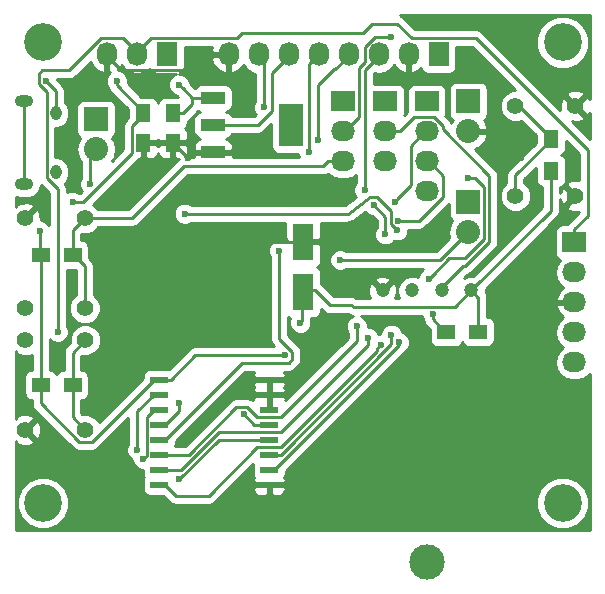
<source format=gbl>
G04 #@! TF.FileFunction,Copper,L2,Bot,Signal*
%FSLAX46Y46*%
G04 Gerber Fmt 4.6, Leading zero omitted, Abs format (unit mm)*
G04 Created by KiCad (PCBNEW 4.0.4-1.fc24-product) date Sun Jan 15 22:00:39 2017*
%MOMM*%
%LPD*%
G01*
G04 APERTURE LIST*
%ADD10C,0.100000*%
%ADD11R,1.250000X1.500000*%
%ADD12R,2.032000X2.032000*%
%ADD13O,2.032000X2.032000*%
%ADD14O,0.950000X1.250000*%
%ADD15O,1.550000X1.000000*%
%ADD16R,1.727200X2.032000*%
%ADD17O,1.727200X2.032000*%
%ADD18R,2.032000X1.727200*%
%ADD19O,2.032000X1.727200*%
%ADD20R,1.300000X1.500000*%
%ADD21R,1.500000X1.300000*%
%ADD22C,1.397000*%
%ADD23R,2.032000X3.657600*%
%ADD24R,2.032000X1.016000*%
%ADD25R,1.500000X0.600000*%
%ADD26C,3.200000*%
%ADD27R,1.800860X3.149600*%
%ADD28C,1.200000*%
%ADD29C,3.000000*%
%ADD30C,0.600000*%
%ADD31C,0.250000*%
%ADD32C,0.254000*%
G04 APERTURE END LIST*
D10*
D11*
X53500000Y-40000000D03*
X53500000Y-42500000D03*
D12*
X78500000Y-39000000D03*
D13*
X78500000Y-41540000D03*
D14*
X43600000Y-39999100D03*
X43600000Y-44999100D03*
D15*
X40900000Y-38999100D03*
X40900000Y-45999100D03*
D16*
X76000000Y-35000000D03*
D17*
X73460000Y-35000000D03*
X70920000Y-35000000D03*
X68380000Y-35000000D03*
X65840000Y-35000000D03*
X63300000Y-35000000D03*
X60760000Y-35000000D03*
X58220000Y-35000000D03*
D18*
X67900000Y-39000000D03*
D19*
X67900000Y-41540000D03*
X67900000Y-44080000D03*
D16*
X53000000Y-35000000D03*
D17*
X50460000Y-35000000D03*
X47920000Y-35000000D03*
D18*
X71500000Y-39000000D03*
D19*
X71500000Y-41540000D03*
X71500000Y-44080000D03*
D18*
X87500000Y-50920000D03*
D19*
X87500000Y-53460000D03*
X87500000Y-56000000D03*
X87500000Y-58540000D03*
X87500000Y-61080000D03*
D20*
X85500000Y-44850000D03*
X85500000Y-42150000D03*
D21*
X42300000Y-52000000D03*
X45000000Y-52000000D03*
X42300000Y-63000000D03*
X45000000Y-63000000D03*
X79350000Y-58500000D03*
X76650000Y-58500000D03*
D22*
X82500000Y-39380000D03*
X87580000Y-39380000D03*
X82500000Y-47000000D03*
X87580000Y-47000000D03*
X46040000Y-56500000D03*
X40960000Y-56500000D03*
X46040000Y-48880000D03*
X40960000Y-48880000D03*
X46080000Y-66810000D03*
X41000000Y-66810000D03*
X46080000Y-59190000D03*
X41000000Y-59190000D03*
D23*
X63504000Y-41000000D03*
D24*
X56900000Y-41000000D03*
X56900000Y-38714000D03*
X56900000Y-43286000D03*
D25*
X61650000Y-62555000D03*
X61650000Y-63825000D03*
X61650000Y-65095000D03*
X61650000Y-66365000D03*
X61650000Y-67635000D03*
X61650000Y-68905000D03*
X61650000Y-70175000D03*
X61650000Y-71445000D03*
X52350000Y-71445000D03*
X52350000Y-70175000D03*
X52350000Y-68905000D03*
X52350000Y-67635000D03*
X52350000Y-66365000D03*
X52350000Y-65095000D03*
X52350000Y-63825000D03*
X52350000Y-62555000D03*
D18*
X75000000Y-39000000D03*
D19*
X75000000Y-41540000D03*
X75000000Y-44080000D03*
X75000000Y-46620000D03*
D11*
X51000000Y-40000000D03*
X51000000Y-42500000D03*
D12*
X78500000Y-47500000D03*
D13*
X78500000Y-50040000D03*
D12*
X47000000Y-40500000D03*
D13*
X47000000Y-43040000D03*
D26*
X86500000Y-34000000D03*
X86500000Y-73000000D03*
X42500000Y-73000000D03*
X42500000Y-34000000D03*
D27*
X64500000Y-50874020D03*
X64500000Y-55125980D03*
D28*
X78750000Y-55000000D03*
X76250000Y-55000000D03*
X73750000Y-55000000D03*
X71250000Y-55000000D03*
D29*
X75000000Y-78000000D03*
D30*
X48750000Y-37250000D03*
X42250000Y-50000000D03*
X45000000Y-47500000D03*
X64300000Y-57725000D03*
X63000000Y-60500000D03*
X58925000Y-51225000D03*
X83000000Y-43750000D03*
X61000000Y-42250000D03*
X54749971Y-43750000D03*
X72499024Y-49900722D03*
X46500000Y-46000000D03*
X54500000Y-48500000D03*
X42750000Y-37250000D03*
X72000000Y-33500000D03*
X69075031Y-58000000D03*
X69724978Y-46500000D03*
X65750000Y-42250000D03*
X65000000Y-43250000D03*
X61250000Y-39500000D03*
X59500000Y-65500000D03*
X62500000Y-51625010D03*
X43750000Y-58500000D03*
X75504210Y-57013010D03*
X70500000Y-47750000D03*
X71500000Y-50250000D03*
X72000000Y-58750000D03*
X72268705Y-47499989D03*
X70000000Y-59000000D03*
X72599762Y-49107078D03*
X71085551Y-59585551D03*
X75183998Y-54000400D03*
X72625010Y-59403500D03*
X78500000Y-45500000D03*
X54000000Y-71000000D03*
X54000000Y-64500000D03*
X50500000Y-68500000D03*
X51000000Y-69250000D03*
X67665600Y-52425600D03*
X54013593Y-37575011D03*
D31*
X68625004Y-56250000D02*
X68763004Y-56388000D01*
X64300000Y-57725000D02*
X64425010Y-57599990D01*
X64425010Y-57599990D02*
X64500000Y-55000000D01*
X64500000Y-55000000D02*
X65550000Y-55000000D01*
X65550000Y-55000000D02*
X66800000Y-56250000D01*
X66800000Y-56250000D02*
X68625004Y-56250000D01*
X68763004Y-56388000D02*
X77362000Y-56388000D01*
X77362000Y-56388000D02*
X78750000Y-55000000D01*
X78750000Y-55000000D02*
X85500000Y-48250000D01*
X85500000Y-48250000D02*
X85500000Y-47500000D01*
X79350000Y-58500000D02*
X79349999Y-55599999D01*
X79349999Y-55599999D02*
X78750000Y-55000000D01*
X85500000Y-47500000D02*
X85500000Y-44850000D01*
X51000000Y-40000000D02*
X51000000Y-39875000D01*
X51000000Y-39875000D02*
X48750000Y-37625000D01*
X48750000Y-37625000D02*
X48750000Y-37250000D01*
X56900000Y-41000000D02*
X60675002Y-41000000D01*
X63300000Y-35152400D02*
X63300000Y-35000000D01*
X60675002Y-41000000D02*
X61875001Y-39800001D01*
X61875001Y-39800001D02*
X61875001Y-36577399D01*
X61875001Y-36577399D02*
X63300000Y-35152400D01*
X42250000Y-50000000D02*
X42250000Y-51950000D01*
X42250000Y-51950000D02*
X42300000Y-52000000D01*
X51000000Y-40000000D02*
X51000000Y-40125000D01*
X51000000Y-40125000D02*
X50049999Y-41075001D01*
X50049999Y-41075001D02*
X50049999Y-43375003D01*
X50049999Y-43375003D02*
X45925002Y-47500000D01*
X45925002Y-47500000D02*
X45000000Y-47500000D01*
X52350000Y-62555000D02*
X51900000Y-62555000D01*
X51900000Y-62555000D02*
X46621499Y-67833501D01*
X46621499Y-67833501D02*
X45588719Y-67833501D01*
X45588719Y-67833501D02*
X42300000Y-64544782D01*
X42300000Y-63900000D02*
X42300000Y-63000000D01*
X42300000Y-64544782D02*
X42300000Y-63900000D01*
X52350000Y-62555000D02*
X53350000Y-62555000D01*
X53350000Y-62555000D02*
X55405000Y-60500000D01*
X55405000Y-60500000D02*
X63000000Y-60500000D01*
X42300000Y-63000000D02*
X42300000Y-60000000D01*
X42300000Y-60000000D02*
X42300000Y-52000000D01*
X64071597Y-50925001D02*
X59224999Y-50925001D01*
X59224999Y-50925001D02*
X58925000Y-51225000D01*
X78500000Y-41540000D02*
X80790000Y-41540000D01*
X80790000Y-41540000D02*
X83000000Y-43750000D01*
X61650000Y-63825000D02*
X61650000Y-62555000D01*
X61650000Y-65095000D02*
X61650000Y-63825000D01*
X59964000Y-43286000D02*
X61000000Y-42250000D01*
X56900000Y-43286000D02*
X59964000Y-43286000D01*
X58220000Y-35000000D02*
X57106400Y-35000000D01*
X57106400Y-35000000D02*
X55765390Y-36341010D01*
X55765390Y-36341010D02*
X49108610Y-36341010D01*
X49108610Y-36341010D02*
X47920000Y-35152400D01*
X47920000Y-35152400D02*
X47920000Y-35000000D01*
X53500000Y-42500000D02*
X53500000Y-42500029D01*
X53500000Y-42500029D02*
X54749971Y-43750000D01*
X68324996Y-48500000D02*
X70199998Y-47124998D01*
X72199025Y-49600723D02*
X72499024Y-49900722D01*
X71950011Y-48275007D02*
X71950011Y-49351709D01*
X70199998Y-47124998D02*
X70800002Y-47124998D01*
X70800002Y-47124998D02*
X71950011Y-48275007D01*
X71950011Y-49351709D02*
X72199025Y-49600723D01*
X54500000Y-48500000D02*
X68324996Y-48500000D01*
X46500000Y-46000000D02*
X46500000Y-43540000D01*
X46500000Y-43540000D02*
X47000000Y-43040000D01*
X43600000Y-38100000D02*
X42750000Y-37250000D01*
X43600000Y-39999100D02*
X43600000Y-38100000D01*
X43600000Y-39999100D02*
X43600000Y-39400000D01*
X40900000Y-38999100D02*
X40900000Y-39749100D01*
X40900000Y-39749100D02*
X40900000Y-45999100D01*
X70586652Y-33500000D02*
X72000000Y-33500000D01*
X67900000Y-41540000D02*
X68052400Y-41540000D01*
X68052400Y-41540000D02*
X69241001Y-40351399D01*
X69241001Y-40351399D02*
X69241001Y-36135127D01*
X69241001Y-36135127D02*
X69731390Y-35644738D01*
X69731390Y-35644738D02*
X69731390Y-34355262D01*
X69731390Y-34355262D02*
X70586652Y-33500000D01*
X69075031Y-58424264D02*
X69075031Y-58000000D01*
X69075031Y-59304971D02*
X69075031Y-58424264D01*
X52350000Y-68905000D02*
X54822179Y-68905000D01*
X62660001Y-65720001D02*
X69075031Y-59304971D01*
X60645005Y-65720001D02*
X62660001Y-65720001D01*
X54822179Y-68905000D02*
X58852181Y-64874998D01*
X58852181Y-64874998D02*
X59800002Y-64874998D01*
X59800002Y-64874998D02*
X60645005Y-65720001D01*
X70920000Y-35152400D02*
X69724978Y-36347422D01*
X69724978Y-46075736D02*
X69724978Y-46500000D01*
X69724978Y-36347422D02*
X69724978Y-46075736D01*
X70920000Y-35000000D02*
X70920000Y-35152400D01*
X65750000Y-42250000D02*
X65750000Y-37630000D01*
X65750000Y-37630000D02*
X67114000Y-36266000D01*
X67114000Y-36266000D02*
X67266400Y-36266000D01*
X67266400Y-36266000D02*
X68380000Y-35152400D01*
X68380000Y-35152400D02*
X68380000Y-35000000D01*
X65000000Y-43250000D02*
X65000000Y-35840000D01*
X65000000Y-35840000D02*
X65840000Y-35000000D01*
X61250000Y-39500000D02*
X61250000Y-35490000D01*
X61250000Y-35490000D02*
X60760000Y-35000000D01*
X61650000Y-66365000D02*
X60365000Y-66365000D01*
X60365000Y-66365000D02*
X59500000Y-65500000D01*
X62500000Y-59074998D02*
X62500000Y-52049274D01*
X52350000Y-67635000D02*
X52800000Y-67635000D01*
X59309999Y-61125001D02*
X63300001Y-61125001D01*
X63625001Y-60199999D02*
X62500000Y-59074998D01*
X63300001Y-61125001D02*
X63625001Y-60800001D01*
X62500000Y-52049274D02*
X62500000Y-51625010D01*
X63625001Y-60800001D02*
X63625001Y-60199999D01*
X52800000Y-67635000D02*
X59309999Y-61125001D01*
X46040000Y-48880000D02*
X50045004Y-48880000D01*
X54425004Y-44500000D02*
X66214000Y-44500000D01*
X50045004Y-48880000D02*
X54425004Y-44500000D01*
X66634000Y-44080000D02*
X67900000Y-44080000D01*
X66214000Y-44500000D02*
X66634000Y-44080000D01*
X45000000Y-52000000D02*
X45000000Y-49920000D01*
X45000000Y-49920000D02*
X46040000Y-48880000D01*
X46040000Y-56500000D02*
X46040000Y-52940000D01*
X46040000Y-52940000D02*
X45100000Y-52000000D01*
X45100000Y-52000000D02*
X45000000Y-52000000D01*
X87500000Y-53460000D02*
X87652400Y-53460000D01*
X70388843Y-32424987D02*
X69604851Y-33208979D01*
X51648601Y-33658999D02*
X50460000Y-34847600D01*
X59374610Y-33208979D02*
X58924591Y-33658999D01*
X72486402Y-32424987D02*
X70388843Y-32424987D01*
X73720414Y-33658999D02*
X72486402Y-32424987D01*
X79158999Y-33658999D02*
X73720414Y-33658999D01*
X88603501Y-48702899D02*
X88603501Y-43103501D01*
X88603501Y-43103501D02*
X79158999Y-33658999D01*
X87500000Y-49806400D02*
X88603501Y-48702899D01*
X87500000Y-50920000D02*
X87500000Y-49806400D01*
X69604851Y-33208979D02*
X59374610Y-33208979D01*
X58924591Y-33658999D02*
X51648601Y-33658999D01*
X49271390Y-33658990D02*
X50460000Y-34847600D01*
X47427662Y-33658990D02*
X49271390Y-33658990D01*
X44711651Y-36375001D02*
X47427662Y-33658990D01*
X42124998Y-36699998D02*
X42449995Y-36375001D01*
X42124998Y-37550002D02*
X42124998Y-36699998D01*
X42799990Y-45480474D02*
X42799990Y-38224994D01*
X43750000Y-46430484D02*
X42799990Y-45480474D01*
X43750000Y-58500000D02*
X43750000Y-46430484D01*
X42449995Y-36375001D02*
X44711651Y-36375001D01*
X42799990Y-38224994D02*
X42124998Y-37550002D01*
X50460000Y-34847600D02*
X50460000Y-35000000D01*
X76550000Y-58500000D02*
X75504210Y-57454210D01*
X76650000Y-58500000D02*
X76550000Y-58500000D01*
X75504210Y-57437274D02*
X75504210Y-57013010D01*
X75504210Y-57454210D02*
X75504210Y-57437274D01*
X76000000Y-55000000D02*
X78049990Y-52950010D01*
X78049990Y-52950010D02*
X78211083Y-52950009D01*
X78211083Y-52950009D02*
X80291011Y-50870081D01*
X80291011Y-50870081D02*
X80291011Y-45315693D01*
X80291011Y-45315693D02*
X76341010Y-41365692D01*
X76341010Y-41365692D02*
X76341010Y-41047662D01*
X76341010Y-41047662D02*
X75644738Y-40351390D01*
X75644738Y-40351390D02*
X73954610Y-40351390D01*
X73954610Y-40351390D02*
X72766000Y-41540000D01*
X72766000Y-41540000D02*
X71500000Y-41540000D01*
X71500000Y-48750000D02*
X70500000Y-47750000D01*
X71500000Y-50250000D02*
X71500000Y-48750000D01*
X61650000Y-68905000D02*
X62650000Y-68905000D01*
X62650000Y-68905000D02*
X72000000Y-59555000D01*
X72000000Y-59555000D02*
X72000000Y-58750000D01*
X70000000Y-59424264D02*
X70000000Y-59000000D01*
X54188590Y-70175000D02*
X57373589Y-66990001D01*
X70000000Y-59650002D02*
X70000000Y-59424264D01*
X57373589Y-66990001D02*
X62660001Y-66990001D01*
X62660001Y-66990001D02*
X70000000Y-59650002D01*
X52350000Y-70175000D02*
X54188590Y-70175000D01*
X72568704Y-47199990D02*
X72268705Y-47499989D01*
X73658990Y-42728610D02*
X73658990Y-46109704D01*
X74847600Y-41540000D02*
X73658990Y-42728610D01*
X73658990Y-46109704D02*
X72568704Y-47199990D01*
X75000000Y-41540000D02*
X74847600Y-41540000D01*
X70785552Y-59885550D02*
X71085551Y-59585551D01*
X56524998Y-72375002D02*
X60639999Y-68260001D01*
X60639999Y-68260001D02*
X62658589Y-68260001D01*
X62658589Y-68260001D02*
X70785552Y-60133038D01*
X52800000Y-71445000D02*
X53730002Y-72375002D01*
X70785552Y-60133038D02*
X70785552Y-59885550D01*
X53730002Y-72375002D02*
X56524998Y-72375002D01*
X52350000Y-71445000D02*
X52800000Y-71445000D01*
X76341010Y-45268610D02*
X76341010Y-47112338D01*
X76341010Y-47112338D02*
X74346270Y-49107078D01*
X75152400Y-44080000D02*
X76341010Y-45268610D01*
X75000000Y-44080000D02*
X75152400Y-44080000D01*
X73024026Y-49107078D02*
X72599762Y-49107078D01*
X74346270Y-49107078D02*
X73024026Y-49107078D01*
X76917442Y-52266956D02*
X75483997Y-53700401D01*
X78257726Y-52266956D02*
X76917442Y-52266956D01*
X79841001Y-46223999D02*
X79841001Y-50683681D01*
X75483997Y-53700401D02*
X75183998Y-54000400D01*
X79117002Y-45500000D02*
X79841001Y-46223999D01*
X78500000Y-45500000D02*
X79117002Y-45500000D01*
X79841001Y-50683681D02*
X78257726Y-52266956D01*
X62100000Y-70175000D02*
X72625010Y-59649990D01*
X72625010Y-59649990D02*
X72625010Y-59403500D01*
X61650000Y-70175000D02*
X62100000Y-70175000D01*
X85500000Y-42150000D02*
X85500000Y-42250000D01*
X85500000Y-42250000D02*
X82500000Y-45250000D01*
X82500000Y-45250000D02*
X82500000Y-46012172D01*
X82500000Y-46012172D02*
X82500000Y-47000000D01*
X85500000Y-42150000D02*
X85500000Y-42050000D01*
X85500000Y-42050000D02*
X82830000Y-39380000D01*
X82830000Y-39380000D02*
X82500000Y-39380000D01*
X61650000Y-67635000D02*
X57365000Y-67635000D01*
X57365000Y-67635000D02*
X54000000Y-71000000D01*
X45000000Y-63000000D02*
X45000000Y-65730000D01*
X45000000Y-65730000D02*
X46080000Y-66810000D01*
X45000000Y-63000000D02*
X45000000Y-60270000D01*
X45000000Y-60270000D02*
X46080000Y-59190000D01*
X52350000Y-66365000D02*
X52800000Y-66365000D01*
X52800000Y-66365000D02*
X54000000Y-65165000D01*
X54000000Y-65165000D02*
X54000000Y-64500000D01*
X52350000Y-63825000D02*
X51900000Y-63825000D01*
X51900000Y-63825000D02*
X50500000Y-65225000D01*
X50500000Y-65225000D02*
X50500000Y-68500000D01*
X51000000Y-69250000D02*
X51274999Y-68975001D01*
X51274999Y-68975001D02*
X51274999Y-65720001D01*
X51274999Y-65720001D02*
X51900000Y-65095000D01*
X51900000Y-65095000D02*
X52350000Y-65095000D01*
X68089864Y-52425600D02*
X67665600Y-52425600D01*
X78500000Y-50040000D02*
X76114400Y-52425600D01*
X76114400Y-52425600D02*
X68089864Y-52425600D01*
X53500000Y-40000000D02*
X54375000Y-40000000D01*
X55152582Y-39222418D02*
X55152582Y-38714000D01*
X54375000Y-40000000D02*
X55152582Y-39222418D01*
X54313592Y-37875010D02*
X54013593Y-37575011D01*
X55152582Y-38714000D02*
X54313592Y-37875010D01*
X56900000Y-38714000D02*
X55152582Y-38714000D01*
D32*
G36*
X87843501Y-43418303D02*
X87843501Y-45679056D01*
X87772520Y-45654073D01*
X87242801Y-45682852D01*
X86887071Y-45830200D01*
X86825417Y-46065812D01*
X87580000Y-46820395D01*
X87594143Y-46806253D01*
X87773748Y-46985858D01*
X87759605Y-47000000D01*
X87773748Y-47014143D01*
X87594143Y-47193748D01*
X87580000Y-47179605D01*
X86825417Y-47934188D01*
X86887071Y-48169800D01*
X87387480Y-48345927D01*
X87843501Y-48321152D01*
X87843501Y-48388097D01*
X86962599Y-49268999D01*
X86869080Y-49408960D01*
X86484000Y-49408960D01*
X86248683Y-49453238D01*
X86032559Y-49592310D01*
X85887569Y-49804510D01*
X85836560Y-50056400D01*
X85836560Y-51783600D01*
X85880838Y-52018917D01*
X86019910Y-52235041D01*
X86232110Y-52380031D01*
X86273439Y-52388400D01*
X86255585Y-52400330D01*
X85930729Y-52886511D01*
X85816655Y-53460000D01*
X85930729Y-54033489D01*
X86255585Y-54519670D01*
X86565069Y-54726461D01*
X86149268Y-55097964D01*
X85895291Y-55625209D01*
X85892642Y-55640974D01*
X86013783Y-55873000D01*
X87373000Y-55873000D01*
X87373000Y-55853000D01*
X87627000Y-55853000D01*
X87627000Y-55873000D01*
X87647000Y-55873000D01*
X87647000Y-56127000D01*
X87627000Y-56127000D01*
X87627000Y-56147000D01*
X87373000Y-56147000D01*
X87373000Y-56127000D01*
X86013783Y-56127000D01*
X85892642Y-56359026D01*
X85895291Y-56374791D01*
X86149268Y-56902036D01*
X86565069Y-57273539D01*
X86255585Y-57480330D01*
X85930729Y-57966511D01*
X85816655Y-58540000D01*
X85930729Y-59113489D01*
X86255585Y-59599670D01*
X86570366Y-59810000D01*
X86255585Y-60020330D01*
X85930729Y-60506511D01*
X85816655Y-61080000D01*
X85930729Y-61653489D01*
X86255585Y-62139670D01*
X86741766Y-62464526D01*
X87315255Y-62578600D01*
X87684745Y-62578600D01*
X88258234Y-62464526D01*
X88744415Y-62139670D01*
X88790000Y-62071447D01*
X88790000Y-75290000D01*
X40210000Y-75290000D01*
X40210000Y-73442619D01*
X40264613Y-73442619D01*
X40604155Y-74264372D01*
X41232321Y-74893636D01*
X42053481Y-75234611D01*
X42942619Y-75235387D01*
X43764372Y-74895845D01*
X44393636Y-74267679D01*
X44734611Y-73446519D01*
X44734614Y-73442619D01*
X84264613Y-73442619D01*
X84604155Y-74264372D01*
X85232321Y-74893636D01*
X86053481Y-75234611D01*
X86942619Y-75235387D01*
X87764372Y-74895845D01*
X88393636Y-74267679D01*
X88734611Y-73446519D01*
X88735387Y-72557381D01*
X88395845Y-71735628D01*
X87767679Y-71106364D01*
X86946519Y-70765389D01*
X86057381Y-70764613D01*
X85235628Y-71104155D01*
X84606364Y-71732321D01*
X84265389Y-72553481D01*
X84264613Y-73442619D01*
X44734614Y-73442619D01*
X44735387Y-72557381D01*
X44395845Y-71735628D01*
X43767679Y-71106364D01*
X42946519Y-70765389D01*
X42057381Y-70764613D01*
X41235628Y-71104155D01*
X40606364Y-71732321D01*
X40265389Y-72553481D01*
X40264613Y-73442619D01*
X40210000Y-73442619D01*
X40210000Y-67779608D01*
X40245418Y-67744190D01*
X40307071Y-67979800D01*
X40807480Y-68155927D01*
X41337199Y-68127148D01*
X41692929Y-67979800D01*
X41754583Y-67744188D01*
X41000000Y-66989605D01*
X40985858Y-67003748D01*
X40806253Y-66824143D01*
X40820395Y-66810000D01*
X41179605Y-66810000D01*
X41934188Y-67564583D01*
X42169800Y-67502929D01*
X42345927Y-67002520D01*
X42317148Y-66472801D01*
X42169800Y-66117071D01*
X41934188Y-66055417D01*
X41179605Y-66810000D01*
X40820395Y-66810000D01*
X40806253Y-66795858D01*
X40985858Y-66616253D01*
X41000000Y-66630395D01*
X41754583Y-65875812D01*
X41692929Y-65640200D01*
X41192520Y-65464073D01*
X40662801Y-65492852D01*
X40307071Y-65640200D01*
X40245418Y-65875810D01*
X40210000Y-65840392D01*
X40210000Y-60159608D01*
X40245418Y-60124190D01*
X40307071Y-60359800D01*
X40807480Y-60535927D01*
X41337199Y-60507148D01*
X41540000Y-60423145D01*
X41540000Y-61704442D01*
X41314683Y-61746838D01*
X41098559Y-61885910D01*
X40953569Y-62098110D01*
X40902560Y-62350000D01*
X40902560Y-63650000D01*
X40946838Y-63885317D01*
X41085910Y-64101441D01*
X41298110Y-64246431D01*
X41540000Y-64295415D01*
X41540000Y-64544782D01*
X41597852Y-64835621D01*
X41762599Y-65082183D01*
X45051318Y-68370902D01*
X45297880Y-68535649D01*
X45588719Y-68593501D01*
X46621499Y-68593501D01*
X46912338Y-68535649D01*
X47158900Y-68370902D01*
X49740000Y-65789802D01*
X49740000Y-67937537D01*
X49707808Y-67969673D01*
X49565162Y-68313201D01*
X49564838Y-68685167D01*
X49706883Y-69028943D01*
X49969673Y-69292192D01*
X50064928Y-69331746D01*
X50064838Y-69435167D01*
X50206883Y-69778943D01*
X50469673Y-70042192D01*
X50813201Y-70184838D01*
X50952560Y-70184959D01*
X50952560Y-70475000D01*
X50996838Y-70710317D01*
X51060678Y-70809528D01*
X51003569Y-70893110D01*
X50952560Y-71145000D01*
X50952560Y-71745000D01*
X50996838Y-71980317D01*
X51135910Y-72196441D01*
X51348110Y-72341431D01*
X51600000Y-72392440D01*
X52672638Y-72392440D01*
X53192601Y-72912403D01*
X53439162Y-73077150D01*
X53487416Y-73086748D01*
X53730002Y-73135002D01*
X56524998Y-73135002D01*
X56815837Y-73077150D01*
X57062399Y-72912403D01*
X58244052Y-71730750D01*
X60265000Y-71730750D01*
X60265000Y-71871310D01*
X60361673Y-72104699D01*
X60540302Y-72283327D01*
X60773691Y-72380000D01*
X61364250Y-72380000D01*
X61523000Y-72221250D01*
X61523000Y-71572000D01*
X61777000Y-71572000D01*
X61777000Y-72221250D01*
X61935750Y-72380000D01*
X62526309Y-72380000D01*
X62759698Y-72283327D01*
X62938327Y-72104699D01*
X63035000Y-71871310D01*
X63035000Y-71730750D01*
X62876250Y-71572000D01*
X61777000Y-71572000D01*
X61523000Y-71572000D01*
X60423750Y-71572000D01*
X60265000Y-71730750D01*
X58244052Y-71730750D01*
X60291349Y-69683453D01*
X60252560Y-69875000D01*
X60252560Y-70475000D01*
X60296838Y-70710317D01*
X60355178Y-70800980D01*
X60265000Y-71018690D01*
X60265000Y-71159250D01*
X60423750Y-71318000D01*
X61523000Y-71318000D01*
X61523000Y-71298000D01*
X61777000Y-71298000D01*
X61777000Y-71318000D01*
X62876250Y-71318000D01*
X63035000Y-71159250D01*
X63035000Y-71018690D01*
X62945194Y-70801878D01*
X62996431Y-70726890D01*
X63047440Y-70475000D01*
X63047440Y-70302362D01*
X73152644Y-60197158D01*
X73153953Y-60196617D01*
X73417202Y-59933827D01*
X73559848Y-59590299D01*
X73560172Y-59218333D01*
X73418127Y-58874557D01*
X73155337Y-58611308D01*
X72912742Y-58510573D01*
X72793117Y-58221057D01*
X72530327Y-57957808D01*
X72186799Y-57815162D01*
X71814833Y-57814838D01*
X71471057Y-57956883D01*
X71207808Y-58219673D01*
X71065162Y-58563201D01*
X71065086Y-58650532D01*
X70900384Y-58650389D01*
X70872052Y-58662095D01*
X70793117Y-58471057D01*
X70530327Y-58207808D01*
X70186799Y-58065162D01*
X70009975Y-58065008D01*
X70010193Y-57814833D01*
X69868148Y-57471057D01*
X69605358Y-57207808D01*
X69461325Y-57148000D01*
X74569092Y-57148000D01*
X74569048Y-57198177D01*
X74711093Y-57541953D01*
X74774248Y-57605218D01*
X74802062Y-57745049D01*
X74966809Y-57991611D01*
X75252560Y-58277362D01*
X75252560Y-59150000D01*
X75296838Y-59385317D01*
X75435910Y-59601441D01*
X75648110Y-59746431D01*
X75900000Y-59797440D01*
X77400000Y-59797440D01*
X77635317Y-59753162D01*
X77851441Y-59614090D01*
X77996431Y-59401890D01*
X77999081Y-59388803D01*
X78135910Y-59601441D01*
X78348110Y-59746431D01*
X78600000Y-59797440D01*
X80100000Y-59797440D01*
X80335317Y-59753162D01*
X80551441Y-59614090D01*
X80696431Y-59401890D01*
X80747440Y-59150000D01*
X80747440Y-57850000D01*
X80703162Y-57614683D01*
X80564090Y-57398559D01*
X80351890Y-57253569D01*
X80110000Y-57204585D01*
X80109999Y-55599999D01*
X80052147Y-55309160D01*
X79984818Y-55208395D01*
X79985140Y-54839662D01*
X86037401Y-48787401D01*
X86202148Y-48540839D01*
X86260000Y-48250000D01*
X86260000Y-47284704D01*
X86262852Y-47337199D01*
X86410200Y-47692929D01*
X86645812Y-47754583D01*
X87400395Y-47000000D01*
X86645812Y-46245417D01*
X86410200Y-46307071D01*
X86260000Y-46733817D01*
X86260000Y-46226742D01*
X86385317Y-46203162D01*
X86601441Y-46064090D01*
X86746431Y-45851890D01*
X86797440Y-45600000D01*
X86797440Y-44100000D01*
X86753162Y-43864683D01*
X86614090Y-43648559D01*
X86401890Y-43503569D01*
X86388803Y-43500919D01*
X86601441Y-43364090D01*
X86746431Y-43151890D01*
X86797440Y-42900000D01*
X86797440Y-42372242D01*
X87843501Y-43418303D01*
X87843501Y-43418303D01*
G37*
X87843501Y-43418303D02*
X87843501Y-45679056D01*
X87772520Y-45654073D01*
X87242801Y-45682852D01*
X86887071Y-45830200D01*
X86825417Y-46065812D01*
X87580000Y-46820395D01*
X87594143Y-46806253D01*
X87773748Y-46985858D01*
X87759605Y-47000000D01*
X87773748Y-47014143D01*
X87594143Y-47193748D01*
X87580000Y-47179605D01*
X86825417Y-47934188D01*
X86887071Y-48169800D01*
X87387480Y-48345927D01*
X87843501Y-48321152D01*
X87843501Y-48388097D01*
X86962599Y-49268999D01*
X86869080Y-49408960D01*
X86484000Y-49408960D01*
X86248683Y-49453238D01*
X86032559Y-49592310D01*
X85887569Y-49804510D01*
X85836560Y-50056400D01*
X85836560Y-51783600D01*
X85880838Y-52018917D01*
X86019910Y-52235041D01*
X86232110Y-52380031D01*
X86273439Y-52388400D01*
X86255585Y-52400330D01*
X85930729Y-52886511D01*
X85816655Y-53460000D01*
X85930729Y-54033489D01*
X86255585Y-54519670D01*
X86565069Y-54726461D01*
X86149268Y-55097964D01*
X85895291Y-55625209D01*
X85892642Y-55640974D01*
X86013783Y-55873000D01*
X87373000Y-55873000D01*
X87373000Y-55853000D01*
X87627000Y-55853000D01*
X87627000Y-55873000D01*
X87647000Y-55873000D01*
X87647000Y-56127000D01*
X87627000Y-56127000D01*
X87627000Y-56147000D01*
X87373000Y-56147000D01*
X87373000Y-56127000D01*
X86013783Y-56127000D01*
X85892642Y-56359026D01*
X85895291Y-56374791D01*
X86149268Y-56902036D01*
X86565069Y-57273539D01*
X86255585Y-57480330D01*
X85930729Y-57966511D01*
X85816655Y-58540000D01*
X85930729Y-59113489D01*
X86255585Y-59599670D01*
X86570366Y-59810000D01*
X86255585Y-60020330D01*
X85930729Y-60506511D01*
X85816655Y-61080000D01*
X85930729Y-61653489D01*
X86255585Y-62139670D01*
X86741766Y-62464526D01*
X87315255Y-62578600D01*
X87684745Y-62578600D01*
X88258234Y-62464526D01*
X88744415Y-62139670D01*
X88790000Y-62071447D01*
X88790000Y-75290000D01*
X40210000Y-75290000D01*
X40210000Y-73442619D01*
X40264613Y-73442619D01*
X40604155Y-74264372D01*
X41232321Y-74893636D01*
X42053481Y-75234611D01*
X42942619Y-75235387D01*
X43764372Y-74895845D01*
X44393636Y-74267679D01*
X44734611Y-73446519D01*
X44734614Y-73442619D01*
X84264613Y-73442619D01*
X84604155Y-74264372D01*
X85232321Y-74893636D01*
X86053481Y-75234611D01*
X86942619Y-75235387D01*
X87764372Y-74895845D01*
X88393636Y-74267679D01*
X88734611Y-73446519D01*
X88735387Y-72557381D01*
X88395845Y-71735628D01*
X87767679Y-71106364D01*
X86946519Y-70765389D01*
X86057381Y-70764613D01*
X85235628Y-71104155D01*
X84606364Y-71732321D01*
X84265389Y-72553481D01*
X84264613Y-73442619D01*
X44734614Y-73442619D01*
X44735387Y-72557381D01*
X44395845Y-71735628D01*
X43767679Y-71106364D01*
X42946519Y-70765389D01*
X42057381Y-70764613D01*
X41235628Y-71104155D01*
X40606364Y-71732321D01*
X40265389Y-72553481D01*
X40264613Y-73442619D01*
X40210000Y-73442619D01*
X40210000Y-67779608D01*
X40245418Y-67744190D01*
X40307071Y-67979800D01*
X40807480Y-68155927D01*
X41337199Y-68127148D01*
X41692929Y-67979800D01*
X41754583Y-67744188D01*
X41000000Y-66989605D01*
X40985858Y-67003748D01*
X40806253Y-66824143D01*
X40820395Y-66810000D01*
X41179605Y-66810000D01*
X41934188Y-67564583D01*
X42169800Y-67502929D01*
X42345927Y-67002520D01*
X42317148Y-66472801D01*
X42169800Y-66117071D01*
X41934188Y-66055417D01*
X41179605Y-66810000D01*
X40820395Y-66810000D01*
X40806253Y-66795858D01*
X40985858Y-66616253D01*
X41000000Y-66630395D01*
X41754583Y-65875812D01*
X41692929Y-65640200D01*
X41192520Y-65464073D01*
X40662801Y-65492852D01*
X40307071Y-65640200D01*
X40245418Y-65875810D01*
X40210000Y-65840392D01*
X40210000Y-60159608D01*
X40245418Y-60124190D01*
X40307071Y-60359800D01*
X40807480Y-60535927D01*
X41337199Y-60507148D01*
X41540000Y-60423145D01*
X41540000Y-61704442D01*
X41314683Y-61746838D01*
X41098559Y-61885910D01*
X40953569Y-62098110D01*
X40902560Y-62350000D01*
X40902560Y-63650000D01*
X40946838Y-63885317D01*
X41085910Y-64101441D01*
X41298110Y-64246431D01*
X41540000Y-64295415D01*
X41540000Y-64544782D01*
X41597852Y-64835621D01*
X41762599Y-65082183D01*
X45051318Y-68370902D01*
X45297880Y-68535649D01*
X45588719Y-68593501D01*
X46621499Y-68593501D01*
X46912338Y-68535649D01*
X47158900Y-68370902D01*
X49740000Y-65789802D01*
X49740000Y-67937537D01*
X49707808Y-67969673D01*
X49565162Y-68313201D01*
X49564838Y-68685167D01*
X49706883Y-69028943D01*
X49969673Y-69292192D01*
X50064928Y-69331746D01*
X50064838Y-69435167D01*
X50206883Y-69778943D01*
X50469673Y-70042192D01*
X50813201Y-70184838D01*
X50952560Y-70184959D01*
X50952560Y-70475000D01*
X50996838Y-70710317D01*
X51060678Y-70809528D01*
X51003569Y-70893110D01*
X50952560Y-71145000D01*
X50952560Y-71745000D01*
X50996838Y-71980317D01*
X51135910Y-72196441D01*
X51348110Y-72341431D01*
X51600000Y-72392440D01*
X52672638Y-72392440D01*
X53192601Y-72912403D01*
X53439162Y-73077150D01*
X53487416Y-73086748D01*
X53730002Y-73135002D01*
X56524998Y-73135002D01*
X56815837Y-73077150D01*
X57062399Y-72912403D01*
X58244052Y-71730750D01*
X60265000Y-71730750D01*
X60265000Y-71871310D01*
X60361673Y-72104699D01*
X60540302Y-72283327D01*
X60773691Y-72380000D01*
X61364250Y-72380000D01*
X61523000Y-72221250D01*
X61523000Y-71572000D01*
X61777000Y-71572000D01*
X61777000Y-72221250D01*
X61935750Y-72380000D01*
X62526309Y-72380000D01*
X62759698Y-72283327D01*
X62938327Y-72104699D01*
X63035000Y-71871310D01*
X63035000Y-71730750D01*
X62876250Y-71572000D01*
X61777000Y-71572000D01*
X61523000Y-71572000D01*
X60423750Y-71572000D01*
X60265000Y-71730750D01*
X58244052Y-71730750D01*
X60291349Y-69683453D01*
X60252560Y-69875000D01*
X60252560Y-70475000D01*
X60296838Y-70710317D01*
X60355178Y-70800980D01*
X60265000Y-71018690D01*
X60265000Y-71159250D01*
X60423750Y-71318000D01*
X61523000Y-71318000D01*
X61523000Y-71298000D01*
X61777000Y-71298000D01*
X61777000Y-71318000D01*
X62876250Y-71318000D01*
X63035000Y-71159250D01*
X63035000Y-71018690D01*
X62945194Y-70801878D01*
X62996431Y-70726890D01*
X63047440Y-70475000D01*
X63047440Y-70302362D01*
X73152644Y-60197158D01*
X73153953Y-60196617D01*
X73417202Y-59933827D01*
X73559848Y-59590299D01*
X73560172Y-59218333D01*
X73418127Y-58874557D01*
X73155337Y-58611308D01*
X72912742Y-58510573D01*
X72793117Y-58221057D01*
X72530327Y-57957808D01*
X72186799Y-57815162D01*
X71814833Y-57814838D01*
X71471057Y-57956883D01*
X71207808Y-58219673D01*
X71065162Y-58563201D01*
X71065086Y-58650532D01*
X70900384Y-58650389D01*
X70872052Y-58662095D01*
X70793117Y-58471057D01*
X70530327Y-58207808D01*
X70186799Y-58065162D01*
X70009975Y-58065008D01*
X70010193Y-57814833D01*
X69868148Y-57471057D01*
X69605358Y-57207808D01*
X69461325Y-57148000D01*
X74569092Y-57148000D01*
X74569048Y-57198177D01*
X74711093Y-57541953D01*
X74774248Y-57605218D01*
X74802062Y-57745049D01*
X74966809Y-57991611D01*
X75252560Y-58277362D01*
X75252560Y-59150000D01*
X75296838Y-59385317D01*
X75435910Y-59601441D01*
X75648110Y-59746431D01*
X75900000Y-59797440D01*
X77400000Y-59797440D01*
X77635317Y-59753162D01*
X77851441Y-59614090D01*
X77996431Y-59401890D01*
X77999081Y-59388803D01*
X78135910Y-59601441D01*
X78348110Y-59746431D01*
X78600000Y-59797440D01*
X80100000Y-59797440D01*
X80335317Y-59753162D01*
X80551441Y-59614090D01*
X80696431Y-59401890D01*
X80747440Y-59150000D01*
X80747440Y-57850000D01*
X80703162Y-57614683D01*
X80564090Y-57398559D01*
X80351890Y-57253569D01*
X80110000Y-57204585D01*
X80109999Y-55599999D01*
X80052147Y-55309160D01*
X79984818Y-55208395D01*
X79985140Y-54839662D01*
X86037401Y-48787401D01*
X86202148Y-48540839D01*
X86260000Y-48250000D01*
X86260000Y-47284704D01*
X86262852Y-47337199D01*
X86410200Y-47692929D01*
X86645812Y-47754583D01*
X87400395Y-47000000D01*
X86645812Y-46245417D01*
X86410200Y-46307071D01*
X86260000Y-46733817D01*
X86260000Y-46226742D01*
X86385317Y-46203162D01*
X86601441Y-46064090D01*
X86746431Y-45851890D01*
X86797440Y-45600000D01*
X86797440Y-44100000D01*
X86753162Y-43864683D01*
X86614090Y-43648559D01*
X86401890Y-43503569D01*
X86388803Y-43500919D01*
X86601441Y-43364090D01*
X86746431Y-43151890D01*
X86797440Y-42900000D01*
X86797440Y-42372242D01*
X87843501Y-43418303D01*
G36*
X66262599Y-56787401D02*
X66509161Y-56952148D01*
X66800000Y-57010000D01*
X68352214Y-57010000D01*
X68472164Y-57090148D01*
X68520418Y-57099746D01*
X68712776Y-57138009D01*
X68546088Y-57206883D01*
X68282839Y-57469673D01*
X68140193Y-57813201D01*
X68139869Y-58185167D01*
X68281914Y-58528943D01*
X68315031Y-58562118D01*
X68315031Y-58990169D01*
X63021643Y-64283557D01*
X63035000Y-64251310D01*
X63035000Y-64110750D01*
X62876250Y-63952000D01*
X61777000Y-63952000D01*
X61777000Y-64960001D01*
X61523000Y-64960001D01*
X61523000Y-63952000D01*
X60423750Y-63952000D01*
X60265000Y-64110750D01*
X60265000Y-64251310D01*
X60286711Y-64303726D01*
X60090841Y-64172850D01*
X59800002Y-64114998D01*
X58852181Y-64114998D01*
X58561342Y-64172850D01*
X58435892Y-64256673D01*
X58314780Y-64337597D01*
X54507377Y-68145000D01*
X53704914Y-68145000D01*
X53747440Y-67935000D01*
X53747440Y-67762362D01*
X58669052Y-62840750D01*
X60265000Y-62840750D01*
X60265000Y-62981310D01*
X60351442Y-63190000D01*
X60265000Y-63398690D01*
X60265000Y-63539250D01*
X60423750Y-63698000D01*
X61523000Y-63698000D01*
X61523000Y-62682000D01*
X61777000Y-62682000D01*
X61777000Y-63698000D01*
X62876250Y-63698000D01*
X63035000Y-63539250D01*
X63035000Y-63398690D01*
X62948558Y-63190000D01*
X63035000Y-62981310D01*
X63035000Y-62840750D01*
X62876250Y-62682000D01*
X61777000Y-62682000D01*
X61523000Y-62682000D01*
X60423750Y-62682000D01*
X60265000Y-62840750D01*
X58669052Y-62840750D01*
X59624801Y-61885001D01*
X60371973Y-61885001D01*
X60361673Y-61895301D01*
X60265000Y-62128690D01*
X60265000Y-62269250D01*
X60423750Y-62428000D01*
X61523000Y-62428000D01*
X61523000Y-62408000D01*
X61777000Y-62408000D01*
X61777000Y-62428000D01*
X62876250Y-62428000D01*
X63035000Y-62269250D01*
X63035000Y-62128690D01*
X62938327Y-61895301D01*
X62928027Y-61885001D01*
X63300001Y-61885001D01*
X63590840Y-61827149D01*
X63837402Y-61662402D01*
X64162402Y-61337402D01*
X64327149Y-61090841D01*
X64339461Y-61028943D01*
X64385001Y-60800001D01*
X64385001Y-60199999D01*
X64327149Y-59909160D01*
X64162402Y-59662598D01*
X63260000Y-58760196D01*
X63260000Y-57237302D01*
X63347680Y-57297211D01*
X63456112Y-57319169D01*
X63365162Y-57538201D01*
X63364838Y-57910167D01*
X63506883Y-58253943D01*
X63769673Y-58517192D01*
X64113201Y-58659838D01*
X64485167Y-58660162D01*
X64828943Y-58518117D01*
X65092192Y-58255327D01*
X65234838Y-57911799D01*
X65235162Y-57539833D01*
X65190200Y-57431015D01*
X65192588Y-57348220D01*
X65400430Y-57348220D01*
X65635747Y-57303942D01*
X65851871Y-57164870D01*
X65996861Y-56952670D01*
X66047870Y-56700780D01*
X66047870Y-56572672D01*
X66262599Y-56787401D01*
X66262599Y-56787401D01*
G37*
X66262599Y-56787401D02*
X66509161Y-56952148D01*
X66800000Y-57010000D01*
X68352214Y-57010000D01*
X68472164Y-57090148D01*
X68520418Y-57099746D01*
X68712776Y-57138009D01*
X68546088Y-57206883D01*
X68282839Y-57469673D01*
X68140193Y-57813201D01*
X68139869Y-58185167D01*
X68281914Y-58528943D01*
X68315031Y-58562118D01*
X68315031Y-58990169D01*
X63021643Y-64283557D01*
X63035000Y-64251310D01*
X63035000Y-64110750D01*
X62876250Y-63952000D01*
X61777000Y-63952000D01*
X61777000Y-64960001D01*
X61523000Y-64960001D01*
X61523000Y-63952000D01*
X60423750Y-63952000D01*
X60265000Y-64110750D01*
X60265000Y-64251310D01*
X60286711Y-64303726D01*
X60090841Y-64172850D01*
X59800002Y-64114998D01*
X58852181Y-64114998D01*
X58561342Y-64172850D01*
X58435892Y-64256673D01*
X58314780Y-64337597D01*
X54507377Y-68145000D01*
X53704914Y-68145000D01*
X53747440Y-67935000D01*
X53747440Y-67762362D01*
X58669052Y-62840750D01*
X60265000Y-62840750D01*
X60265000Y-62981310D01*
X60351442Y-63190000D01*
X60265000Y-63398690D01*
X60265000Y-63539250D01*
X60423750Y-63698000D01*
X61523000Y-63698000D01*
X61523000Y-62682000D01*
X61777000Y-62682000D01*
X61777000Y-63698000D01*
X62876250Y-63698000D01*
X63035000Y-63539250D01*
X63035000Y-63398690D01*
X62948558Y-63190000D01*
X63035000Y-62981310D01*
X63035000Y-62840750D01*
X62876250Y-62682000D01*
X61777000Y-62682000D01*
X61523000Y-62682000D01*
X60423750Y-62682000D01*
X60265000Y-62840750D01*
X58669052Y-62840750D01*
X59624801Y-61885001D01*
X60371973Y-61885001D01*
X60361673Y-61895301D01*
X60265000Y-62128690D01*
X60265000Y-62269250D01*
X60423750Y-62428000D01*
X61523000Y-62428000D01*
X61523000Y-62408000D01*
X61777000Y-62408000D01*
X61777000Y-62428000D01*
X62876250Y-62428000D01*
X63035000Y-62269250D01*
X63035000Y-62128690D01*
X62938327Y-61895301D01*
X62928027Y-61885001D01*
X63300001Y-61885001D01*
X63590840Y-61827149D01*
X63837402Y-61662402D01*
X64162402Y-61337402D01*
X64327149Y-61090841D01*
X64339461Y-61028943D01*
X64385001Y-60800001D01*
X64385001Y-60199999D01*
X64327149Y-59909160D01*
X64162402Y-59662598D01*
X63260000Y-58760196D01*
X63260000Y-57237302D01*
X63347680Y-57297211D01*
X63456112Y-57319169D01*
X63365162Y-57538201D01*
X63364838Y-57910167D01*
X63506883Y-58253943D01*
X63769673Y-58517192D01*
X64113201Y-58659838D01*
X64485167Y-58660162D01*
X64828943Y-58518117D01*
X65092192Y-58255327D01*
X65234838Y-57911799D01*
X65235162Y-57539833D01*
X65190200Y-57431015D01*
X65192588Y-57348220D01*
X65400430Y-57348220D01*
X65635747Y-57303942D01*
X65851871Y-57164870D01*
X65996861Y-56952670D01*
X66047870Y-56700780D01*
X66047870Y-56572672D01*
X66262599Y-56787401D01*
G36*
X66655585Y-45139670D02*
X67141766Y-45464526D01*
X67715255Y-45578600D01*
X68084745Y-45578600D01*
X68658234Y-45464526D01*
X68964978Y-45259566D01*
X68964978Y-45937537D01*
X68932786Y-45969673D01*
X68790140Y-46313201D01*
X68789816Y-46685167D01*
X68931861Y-47028943D01*
X68980024Y-47077191D01*
X68076194Y-47740000D01*
X55062463Y-47740000D01*
X55030327Y-47707808D01*
X54686799Y-47565162D01*
X54314833Y-47564838D01*
X53971057Y-47706883D01*
X53707808Y-47969673D01*
X53565162Y-48313201D01*
X53564838Y-48685167D01*
X53706883Y-49028943D01*
X53969673Y-49292192D01*
X54313201Y-49434838D01*
X54685167Y-49435162D01*
X55028943Y-49293117D01*
X55062118Y-49260000D01*
X62964570Y-49260000D01*
X62964570Y-50588270D01*
X63123318Y-50747018D01*
X62964570Y-50747018D01*
X62964570Y-50805513D01*
X62686799Y-50690172D01*
X62314833Y-50689848D01*
X61971057Y-50831893D01*
X61707808Y-51094683D01*
X61565162Y-51438211D01*
X61564838Y-51810177D01*
X61706883Y-52153953D01*
X61740000Y-52187128D01*
X61740000Y-59074998D01*
X61797852Y-59365837D01*
X61962599Y-59612399D01*
X62090200Y-59740000D01*
X55405000Y-59740000D01*
X55114161Y-59797852D01*
X54867599Y-59962599D01*
X53201985Y-61628213D01*
X53100000Y-61607560D01*
X51600000Y-61607560D01*
X51364683Y-61651838D01*
X51148559Y-61790910D01*
X51003569Y-62003110D01*
X50952560Y-62255000D01*
X50952560Y-62427638D01*
X47244311Y-66135887D01*
X47211146Y-66055620D01*
X46836353Y-65680173D01*
X46346413Y-65476732D01*
X45821076Y-65476274D01*
X45760000Y-65415198D01*
X45760000Y-64295558D01*
X45985317Y-64253162D01*
X46201441Y-64114090D01*
X46346431Y-63901890D01*
X46397440Y-63650000D01*
X46397440Y-62350000D01*
X46353162Y-62114683D01*
X46214090Y-61898559D01*
X46001890Y-61753569D01*
X45760000Y-61704585D01*
X45760000Y-60584802D01*
X45821527Y-60523275D01*
X46344086Y-60523731D01*
X46834380Y-60321146D01*
X47209827Y-59946353D01*
X47413268Y-59456413D01*
X47413731Y-58925914D01*
X47211146Y-58435620D01*
X46836353Y-58060173D01*
X46346413Y-57856732D01*
X45815914Y-57856269D01*
X45325620Y-58058854D01*
X44950173Y-58433647D01*
X44746732Y-58923587D01*
X44746274Y-59448924D01*
X44462599Y-59732599D01*
X44297852Y-59979161D01*
X44240000Y-60270000D01*
X44240000Y-61704442D01*
X44014683Y-61746838D01*
X43798559Y-61885910D01*
X43653569Y-62098110D01*
X43650919Y-62111197D01*
X43514090Y-61898559D01*
X43301890Y-61753569D01*
X43060000Y-61704585D01*
X43060000Y-59132240D01*
X43219673Y-59292192D01*
X43563201Y-59434838D01*
X43935167Y-59435162D01*
X44278943Y-59293117D01*
X44542192Y-59030327D01*
X44684838Y-58686799D01*
X44685162Y-58314833D01*
X44543117Y-57971057D01*
X44510000Y-57937882D01*
X44510000Y-53297440D01*
X45280000Y-53297440D01*
X45280000Y-55374464D01*
X44910173Y-55743647D01*
X44706732Y-56233587D01*
X44706269Y-56764086D01*
X44908854Y-57254380D01*
X45283647Y-57629827D01*
X45773587Y-57833268D01*
X46304086Y-57833731D01*
X46794380Y-57631146D01*
X47169827Y-57256353D01*
X47373268Y-56766413D01*
X47373731Y-56235914D01*
X47171146Y-55745620D01*
X46800000Y-55373826D01*
X46800000Y-52940000D01*
X46742148Y-52649161D01*
X46577401Y-52402599D01*
X46397440Y-52222638D01*
X46397440Y-51350000D01*
X46353162Y-51114683D01*
X46214090Y-50898559D01*
X46001890Y-50753569D01*
X45760000Y-50704585D01*
X45760000Y-50234802D01*
X45781527Y-50213275D01*
X46304086Y-50213731D01*
X46794380Y-50011146D01*
X47166174Y-49640000D01*
X50045004Y-49640000D01*
X50335843Y-49582148D01*
X50582405Y-49417401D01*
X54739806Y-45260000D01*
X66214000Y-45260000D01*
X66504839Y-45202148D01*
X66637917Y-45113228D01*
X66655585Y-45139670D01*
X66655585Y-45139670D01*
G37*
X66655585Y-45139670D02*
X67141766Y-45464526D01*
X67715255Y-45578600D01*
X68084745Y-45578600D01*
X68658234Y-45464526D01*
X68964978Y-45259566D01*
X68964978Y-45937537D01*
X68932786Y-45969673D01*
X68790140Y-46313201D01*
X68789816Y-46685167D01*
X68931861Y-47028943D01*
X68980024Y-47077191D01*
X68076194Y-47740000D01*
X55062463Y-47740000D01*
X55030327Y-47707808D01*
X54686799Y-47565162D01*
X54314833Y-47564838D01*
X53971057Y-47706883D01*
X53707808Y-47969673D01*
X53565162Y-48313201D01*
X53564838Y-48685167D01*
X53706883Y-49028943D01*
X53969673Y-49292192D01*
X54313201Y-49434838D01*
X54685167Y-49435162D01*
X55028943Y-49293117D01*
X55062118Y-49260000D01*
X62964570Y-49260000D01*
X62964570Y-50588270D01*
X63123318Y-50747018D01*
X62964570Y-50747018D01*
X62964570Y-50805513D01*
X62686799Y-50690172D01*
X62314833Y-50689848D01*
X61971057Y-50831893D01*
X61707808Y-51094683D01*
X61565162Y-51438211D01*
X61564838Y-51810177D01*
X61706883Y-52153953D01*
X61740000Y-52187128D01*
X61740000Y-59074998D01*
X61797852Y-59365837D01*
X61962599Y-59612399D01*
X62090200Y-59740000D01*
X55405000Y-59740000D01*
X55114161Y-59797852D01*
X54867599Y-59962599D01*
X53201985Y-61628213D01*
X53100000Y-61607560D01*
X51600000Y-61607560D01*
X51364683Y-61651838D01*
X51148559Y-61790910D01*
X51003569Y-62003110D01*
X50952560Y-62255000D01*
X50952560Y-62427638D01*
X47244311Y-66135887D01*
X47211146Y-66055620D01*
X46836353Y-65680173D01*
X46346413Y-65476732D01*
X45821076Y-65476274D01*
X45760000Y-65415198D01*
X45760000Y-64295558D01*
X45985317Y-64253162D01*
X46201441Y-64114090D01*
X46346431Y-63901890D01*
X46397440Y-63650000D01*
X46397440Y-62350000D01*
X46353162Y-62114683D01*
X46214090Y-61898559D01*
X46001890Y-61753569D01*
X45760000Y-61704585D01*
X45760000Y-60584802D01*
X45821527Y-60523275D01*
X46344086Y-60523731D01*
X46834380Y-60321146D01*
X47209827Y-59946353D01*
X47413268Y-59456413D01*
X47413731Y-58925914D01*
X47211146Y-58435620D01*
X46836353Y-58060173D01*
X46346413Y-57856732D01*
X45815914Y-57856269D01*
X45325620Y-58058854D01*
X44950173Y-58433647D01*
X44746732Y-58923587D01*
X44746274Y-59448924D01*
X44462599Y-59732599D01*
X44297852Y-59979161D01*
X44240000Y-60270000D01*
X44240000Y-61704442D01*
X44014683Y-61746838D01*
X43798559Y-61885910D01*
X43653569Y-62098110D01*
X43650919Y-62111197D01*
X43514090Y-61898559D01*
X43301890Y-61753569D01*
X43060000Y-61704585D01*
X43060000Y-59132240D01*
X43219673Y-59292192D01*
X43563201Y-59434838D01*
X43935167Y-59435162D01*
X44278943Y-59293117D01*
X44542192Y-59030327D01*
X44684838Y-58686799D01*
X44685162Y-58314833D01*
X44543117Y-57971057D01*
X44510000Y-57937882D01*
X44510000Y-53297440D01*
X45280000Y-53297440D01*
X45280000Y-55374464D01*
X44910173Y-55743647D01*
X44706732Y-56233587D01*
X44706269Y-56764086D01*
X44908854Y-57254380D01*
X45283647Y-57629827D01*
X45773587Y-57833268D01*
X46304086Y-57833731D01*
X46794380Y-57631146D01*
X47169827Y-57256353D01*
X47373268Y-56766413D01*
X47373731Y-56235914D01*
X47171146Y-55745620D01*
X46800000Y-55373826D01*
X46800000Y-52940000D01*
X46742148Y-52649161D01*
X46577401Y-52402599D01*
X46397440Y-52222638D01*
X46397440Y-51350000D01*
X46353162Y-51114683D01*
X46214090Y-50898559D01*
X46001890Y-50753569D01*
X45760000Y-50704585D01*
X45760000Y-50234802D01*
X45781527Y-50213275D01*
X46304086Y-50213731D01*
X46794380Y-50011146D01*
X47166174Y-49640000D01*
X50045004Y-49640000D01*
X50335843Y-49582148D01*
X50582405Y-49417401D01*
X54739806Y-45260000D01*
X66214000Y-45260000D01*
X66504839Y-45202148D01*
X66637917Y-45113228D01*
X66655585Y-45139670D01*
G36*
X41193748Y-59175858D02*
X41179605Y-59190000D01*
X41193748Y-59204143D01*
X41014143Y-59383748D01*
X41000000Y-59369605D01*
X40985858Y-59383748D01*
X40806253Y-59204143D01*
X40820395Y-59190000D01*
X40806253Y-59175858D01*
X40985858Y-58996253D01*
X41000000Y-59010395D01*
X41014143Y-58996253D01*
X41193748Y-59175858D01*
X41193748Y-59175858D01*
G37*
X41193748Y-59175858D02*
X41179605Y-59190000D01*
X41193748Y-59204143D01*
X41014143Y-59383748D01*
X41000000Y-59369605D01*
X40985858Y-59383748D01*
X40806253Y-59204143D01*
X40820395Y-59190000D01*
X40806253Y-59175858D01*
X40985858Y-58996253D01*
X41000000Y-59010395D01*
X41014143Y-58996253D01*
X41193748Y-59175858D01*
G36*
X41153748Y-56485858D02*
X41139605Y-56500000D01*
X41153748Y-56514143D01*
X40974143Y-56693748D01*
X40960000Y-56679605D01*
X40945858Y-56693748D01*
X40766253Y-56514143D01*
X40780395Y-56500000D01*
X40766253Y-56485858D01*
X40945858Y-56306253D01*
X40960000Y-56320395D01*
X40974143Y-56306253D01*
X41153748Y-56485858D01*
X41153748Y-56485858D01*
G37*
X41153748Y-56485858D02*
X41139605Y-56500000D01*
X41153748Y-56514143D01*
X40974143Y-56693748D01*
X40960000Y-56679605D01*
X40945858Y-56693748D01*
X40766253Y-56514143D01*
X40780395Y-56500000D01*
X40766253Y-56485858D01*
X40945858Y-56306253D01*
X40960000Y-56320395D01*
X40974143Y-56306253D01*
X41153748Y-56485858D01*
G36*
X76836560Y-48516000D02*
X76880838Y-48751317D01*
X77019910Y-48967441D01*
X77168837Y-49069198D01*
X76942330Y-49408190D01*
X76816655Y-50040000D01*
X76917619Y-50547579D01*
X75799598Y-51665600D01*
X68228063Y-51665600D01*
X68195927Y-51633408D01*
X67852399Y-51490762D01*
X67480433Y-51490438D01*
X67136657Y-51632483D01*
X66873408Y-51895273D01*
X66730762Y-52238801D01*
X66730438Y-52610767D01*
X66872483Y-52954543D01*
X67135273Y-53217792D01*
X67478801Y-53360438D01*
X67850767Y-53360762D01*
X68194543Y-53218717D01*
X68227718Y-53185600D01*
X74707532Y-53185600D01*
X74655055Y-53207283D01*
X74391806Y-53470073D01*
X74249160Y-53813601D01*
X74249111Y-53870011D01*
X73996734Y-53765215D01*
X73505421Y-53764786D01*
X73051343Y-53952408D01*
X72703629Y-54299515D01*
X72515215Y-54753266D01*
X72514786Y-55244579D01*
X72673213Y-55628000D01*
X72340094Y-55628000D01*
X72497807Y-55168964D01*
X72467482Y-54678587D01*
X72338164Y-54366383D01*
X72112735Y-54316870D01*
X71429605Y-55000000D01*
X71443748Y-55014143D01*
X71264143Y-55193748D01*
X71250000Y-55179605D01*
X71235858Y-55193748D01*
X71056253Y-55014143D01*
X71070395Y-55000000D01*
X70387265Y-54316870D01*
X70161836Y-54366383D01*
X70002193Y-54831036D01*
X70032518Y-55321413D01*
X70159509Y-55628000D01*
X69035793Y-55628000D01*
X68915843Y-55547852D01*
X68625004Y-55490000D01*
X67114802Y-55490000D01*
X66087401Y-54462599D01*
X66047870Y-54436185D01*
X66047870Y-54137265D01*
X70566870Y-54137265D01*
X71250000Y-54820395D01*
X71933130Y-54137265D01*
X71883617Y-53911836D01*
X71418964Y-53752193D01*
X70928587Y-53782518D01*
X70616383Y-53911836D01*
X70566870Y-54137265D01*
X66047870Y-54137265D01*
X66047870Y-53551180D01*
X66003592Y-53315863D01*
X65864520Y-53099739D01*
X65722530Y-53002721D01*
X65760129Y-52987147D01*
X65938757Y-52808518D01*
X66035430Y-52575129D01*
X66035430Y-51159770D01*
X65876680Y-51001020D01*
X64627000Y-51001020D01*
X64627000Y-51021020D01*
X64373000Y-51021020D01*
X64373000Y-51001020D01*
X64353000Y-51001020D01*
X64353000Y-50747020D01*
X64373000Y-50747020D01*
X64373000Y-50727020D01*
X64627000Y-50727020D01*
X64627000Y-50747020D01*
X65876680Y-50747020D01*
X66035430Y-50588270D01*
X66035430Y-49260000D01*
X68324996Y-49260000D01*
X68414512Y-49242194D01*
X68505687Y-49238207D01*
X68558586Y-49213536D01*
X68615835Y-49202148D01*
X68691718Y-49151445D01*
X68774432Y-49112868D01*
X69793408Y-48365619D01*
X69969673Y-48542192D01*
X70313201Y-48684838D01*
X70360077Y-48684879D01*
X70740000Y-49064802D01*
X70740000Y-49687537D01*
X70707808Y-49719673D01*
X70565162Y-50063201D01*
X70564838Y-50435167D01*
X70706883Y-50778943D01*
X70969673Y-51042192D01*
X71313201Y-51184838D01*
X71685167Y-51185162D01*
X72028943Y-51043117D01*
X72259002Y-50813460D01*
X72312225Y-50835560D01*
X72684191Y-50835884D01*
X73027967Y-50693839D01*
X73291216Y-50431049D01*
X73433862Y-50087521D01*
X73434054Y-49867078D01*
X74346270Y-49867078D01*
X74637109Y-49809226D01*
X74883671Y-49644479D01*
X76836560Y-47691590D01*
X76836560Y-48516000D01*
X76836560Y-48516000D01*
G37*
X76836560Y-48516000D02*
X76880838Y-48751317D01*
X77019910Y-48967441D01*
X77168837Y-49069198D01*
X76942330Y-49408190D01*
X76816655Y-50040000D01*
X76917619Y-50547579D01*
X75799598Y-51665600D01*
X68228063Y-51665600D01*
X68195927Y-51633408D01*
X67852399Y-51490762D01*
X67480433Y-51490438D01*
X67136657Y-51632483D01*
X66873408Y-51895273D01*
X66730762Y-52238801D01*
X66730438Y-52610767D01*
X66872483Y-52954543D01*
X67135273Y-53217792D01*
X67478801Y-53360438D01*
X67850767Y-53360762D01*
X68194543Y-53218717D01*
X68227718Y-53185600D01*
X74707532Y-53185600D01*
X74655055Y-53207283D01*
X74391806Y-53470073D01*
X74249160Y-53813601D01*
X74249111Y-53870011D01*
X73996734Y-53765215D01*
X73505421Y-53764786D01*
X73051343Y-53952408D01*
X72703629Y-54299515D01*
X72515215Y-54753266D01*
X72514786Y-55244579D01*
X72673213Y-55628000D01*
X72340094Y-55628000D01*
X72497807Y-55168964D01*
X72467482Y-54678587D01*
X72338164Y-54366383D01*
X72112735Y-54316870D01*
X71429605Y-55000000D01*
X71443748Y-55014143D01*
X71264143Y-55193748D01*
X71250000Y-55179605D01*
X71235858Y-55193748D01*
X71056253Y-55014143D01*
X71070395Y-55000000D01*
X70387265Y-54316870D01*
X70161836Y-54366383D01*
X70002193Y-54831036D01*
X70032518Y-55321413D01*
X70159509Y-55628000D01*
X69035793Y-55628000D01*
X68915843Y-55547852D01*
X68625004Y-55490000D01*
X67114802Y-55490000D01*
X66087401Y-54462599D01*
X66047870Y-54436185D01*
X66047870Y-54137265D01*
X70566870Y-54137265D01*
X71250000Y-54820395D01*
X71933130Y-54137265D01*
X71883617Y-53911836D01*
X71418964Y-53752193D01*
X70928587Y-53782518D01*
X70616383Y-53911836D01*
X70566870Y-54137265D01*
X66047870Y-54137265D01*
X66047870Y-53551180D01*
X66003592Y-53315863D01*
X65864520Y-53099739D01*
X65722530Y-53002721D01*
X65760129Y-52987147D01*
X65938757Y-52808518D01*
X66035430Y-52575129D01*
X66035430Y-51159770D01*
X65876680Y-51001020D01*
X64627000Y-51001020D01*
X64627000Y-51021020D01*
X64373000Y-51021020D01*
X64373000Y-51001020D01*
X64353000Y-51001020D01*
X64353000Y-50747020D01*
X64373000Y-50747020D01*
X64373000Y-50727020D01*
X64627000Y-50727020D01*
X64627000Y-50747020D01*
X65876680Y-50747020D01*
X66035430Y-50588270D01*
X66035430Y-49260000D01*
X68324996Y-49260000D01*
X68414512Y-49242194D01*
X68505687Y-49238207D01*
X68558586Y-49213536D01*
X68615835Y-49202148D01*
X68691718Y-49151445D01*
X68774432Y-49112868D01*
X69793408Y-48365619D01*
X69969673Y-48542192D01*
X70313201Y-48684838D01*
X70360077Y-48684879D01*
X70740000Y-49064802D01*
X70740000Y-49687537D01*
X70707808Y-49719673D01*
X70565162Y-50063201D01*
X70564838Y-50435167D01*
X70706883Y-50778943D01*
X70969673Y-51042192D01*
X71313201Y-51184838D01*
X71685167Y-51185162D01*
X72028943Y-51043117D01*
X72259002Y-50813460D01*
X72312225Y-50835560D01*
X72684191Y-50835884D01*
X73027967Y-50693839D01*
X73291216Y-50431049D01*
X73433862Y-50087521D01*
X73434054Y-49867078D01*
X74346270Y-49867078D01*
X74637109Y-49809226D01*
X74883671Y-49644479D01*
X76836560Y-47691590D01*
X76836560Y-48516000D01*
G36*
X82471673Y-38046475D02*
X82235914Y-38046269D01*
X81745620Y-38248854D01*
X81370173Y-38623647D01*
X81166732Y-39113587D01*
X81166269Y-39644086D01*
X81368854Y-40134380D01*
X81743647Y-40509827D01*
X82233587Y-40713268D01*
X82764086Y-40713731D01*
X82993951Y-40618753D01*
X84202560Y-41827362D01*
X84202560Y-42472638D01*
X81962599Y-44712599D01*
X81797852Y-44959161D01*
X81740000Y-45250000D01*
X81740000Y-45874464D01*
X81370173Y-46243647D01*
X81166732Y-46733587D01*
X81166269Y-47264086D01*
X81368854Y-47754380D01*
X81743647Y-48129827D01*
X82233587Y-48333268D01*
X82764086Y-48333731D01*
X83254380Y-48131146D01*
X83629827Y-47756353D01*
X83833268Y-47266413D01*
X83833731Y-46735914D01*
X83631146Y-46245620D01*
X83260000Y-45873826D01*
X83260000Y-45564802D01*
X84202560Y-44622242D01*
X84202560Y-45600000D01*
X84246838Y-45835317D01*
X84385910Y-46051441D01*
X84598110Y-46196431D01*
X84740000Y-46225164D01*
X84740000Y-47935198D01*
X78910059Y-53765139D01*
X78505421Y-53764786D01*
X78172424Y-53902378D01*
X78402960Y-53671842D01*
X78501922Y-53652157D01*
X78501925Y-53652155D01*
X78501926Y-53652155D01*
X78653045Y-53551180D01*
X78748484Y-53487410D01*
X80828412Y-51407482D01*
X80993159Y-51160921D01*
X81051011Y-50870081D01*
X81051011Y-45315693D01*
X80993159Y-45024854D01*
X80828412Y-44778292D01*
X79097564Y-43047444D01*
X79468379Y-42877188D01*
X79906385Y-42404818D01*
X80105975Y-41922944D01*
X79986836Y-41667000D01*
X78627000Y-41667000D01*
X78627000Y-41687000D01*
X78373000Y-41687000D01*
X78373000Y-41667000D01*
X78353000Y-41667000D01*
X78353000Y-41413000D01*
X78373000Y-41413000D01*
X78373000Y-41393000D01*
X78627000Y-41393000D01*
X78627000Y-41413000D01*
X79986836Y-41413000D01*
X80105975Y-41157056D01*
X79906385Y-40675182D01*
X79815903Y-40577602D01*
X79967441Y-40480090D01*
X80112431Y-40267890D01*
X80163440Y-40016000D01*
X80163440Y-37984000D01*
X80119162Y-37748683D01*
X79980090Y-37532559D01*
X79767890Y-37387569D01*
X79516000Y-37336560D01*
X77484000Y-37336560D01*
X77248683Y-37380838D01*
X77032559Y-37519910D01*
X76887569Y-37732110D01*
X76836560Y-37984000D01*
X76836560Y-40016000D01*
X76880838Y-40251317D01*
X77019910Y-40467441D01*
X77182948Y-40578840D01*
X77093615Y-40675182D01*
X77048557Y-40783966D01*
X77043158Y-40756822D01*
X76878411Y-40510261D01*
X76560152Y-40192002D01*
X76612431Y-40115490D01*
X76663440Y-39863600D01*
X76663440Y-38136400D01*
X76619162Y-37901083D01*
X76480090Y-37684959D01*
X76267890Y-37539969D01*
X76016000Y-37488960D01*
X73984000Y-37488960D01*
X73748683Y-37533238D01*
X73532559Y-37672310D01*
X73387569Y-37884510D01*
X73336560Y-38136400D01*
X73336560Y-39863600D01*
X73341475Y-39889723D01*
X73105362Y-40125836D01*
X73112431Y-40115490D01*
X73163440Y-39863600D01*
X73163440Y-38136400D01*
X73119162Y-37901083D01*
X72980090Y-37684959D01*
X72767890Y-37539969D01*
X72516000Y-37488960D01*
X70484978Y-37488960D01*
X70484978Y-36662224D01*
X70539536Y-36607666D01*
X70920000Y-36683345D01*
X71493489Y-36569271D01*
X71979670Y-36244415D01*
X72186461Y-35934931D01*
X72557964Y-36350732D01*
X73085209Y-36604709D01*
X73100974Y-36607358D01*
X73333000Y-36486217D01*
X73333000Y-35127000D01*
X73313000Y-35127000D01*
X73313000Y-34873000D01*
X73333000Y-34873000D01*
X73333000Y-34853000D01*
X73587000Y-34853000D01*
X73587000Y-34873000D01*
X73607000Y-34873000D01*
X73607000Y-35127000D01*
X73587000Y-35127000D01*
X73587000Y-36486217D01*
X73819026Y-36607358D01*
X73834791Y-36604709D01*
X74362036Y-36350732D01*
X74518907Y-36175155D01*
X74533238Y-36251317D01*
X74672310Y-36467441D01*
X74884510Y-36612431D01*
X75136400Y-36663440D01*
X76863600Y-36663440D01*
X77098917Y-36619162D01*
X77315041Y-36480090D01*
X77460031Y-36267890D01*
X77511040Y-36016000D01*
X77511040Y-34418999D01*
X78844197Y-34418999D01*
X82471673Y-38046475D01*
X82471673Y-38046475D01*
G37*
X82471673Y-38046475D02*
X82235914Y-38046269D01*
X81745620Y-38248854D01*
X81370173Y-38623647D01*
X81166732Y-39113587D01*
X81166269Y-39644086D01*
X81368854Y-40134380D01*
X81743647Y-40509827D01*
X82233587Y-40713268D01*
X82764086Y-40713731D01*
X82993951Y-40618753D01*
X84202560Y-41827362D01*
X84202560Y-42472638D01*
X81962599Y-44712599D01*
X81797852Y-44959161D01*
X81740000Y-45250000D01*
X81740000Y-45874464D01*
X81370173Y-46243647D01*
X81166732Y-46733587D01*
X81166269Y-47264086D01*
X81368854Y-47754380D01*
X81743647Y-48129827D01*
X82233587Y-48333268D01*
X82764086Y-48333731D01*
X83254380Y-48131146D01*
X83629827Y-47756353D01*
X83833268Y-47266413D01*
X83833731Y-46735914D01*
X83631146Y-46245620D01*
X83260000Y-45873826D01*
X83260000Y-45564802D01*
X84202560Y-44622242D01*
X84202560Y-45600000D01*
X84246838Y-45835317D01*
X84385910Y-46051441D01*
X84598110Y-46196431D01*
X84740000Y-46225164D01*
X84740000Y-47935198D01*
X78910059Y-53765139D01*
X78505421Y-53764786D01*
X78172424Y-53902378D01*
X78402960Y-53671842D01*
X78501922Y-53652157D01*
X78501925Y-53652155D01*
X78501926Y-53652155D01*
X78653045Y-53551180D01*
X78748484Y-53487410D01*
X80828412Y-51407482D01*
X80993159Y-51160921D01*
X81051011Y-50870081D01*
X81051011Y-45315693D01*
X80993159Y-45024854D01*
X80828412Y-44778292D01*
X79097564Y-43047444D01*
X79468379Y-42877188D01*
X79906385Y-42404818D01*
X80105975Y-41922944D01*
X79986836Y-41667000D01*
X78627000Y-41667000D01*
X78627000Y-41687000D01*
X78373000Y-41687000D01*
X78373000Y-41667000D01*
X78353000Y-41667000D01*
X78353000Y-41413000D01*
X78373000Y-41413000D01*
X78373000Y-41393000D01*
X78627000Y-41393000D01*
X78627000Y-41413000D01*
X79986836Y-41413000D01*
X80105975Y-41157056D01*
X79906385Y-40675182D01*
X79815903Y-40577602D01*
X79967441Y-40480090D01*
X80112431Y-40267890D01*
X80163440Y-40016000D01*
X80163440Y-37984000D01*
X80119162Y-37748683D01*
X79980090Y-37532559D01*
X79767890Y-37387569D01*
X79516000Y-37336560D01*
X77484000Y-37336560D01*
X77248683Y-37380838D01*
X77032559Y-37519910D01*
X76887569Y-37732110D01*
X76836560Y-37984000D01*
X76836560Y-40016000D01*
X76880838Y-40251317D01*
X77019910Y-40467441D01*
X77182948Y-40578840D01*
X77093615Y-40675182D01*
X77048557Y-40783966D01*
X77043158Y-40756822D01*
X76878411Y-40510261D01*
X76560152Y-40192002D01*
X76612431Y-40115490D01*
X76663440Y-39863600D01*
X76663440Y-38136400D01*
X76619162Y-37901083D01*
X76480090Y-37684959D01*
X76267890Y-37539969D01*
X76016000Y-37488960D01*
X73984000Y-37488960D01*
X73748683Y-37533238D01*
X73532559Y-37672310D01*
X73387569Y-37884510D01*
X73336560Y-38136400D01*
X73336560Y-39863600D01*
X73341475Y-39889723D01*
X73105362Y-40125836D01*
X73112431Y-40115490D01*
X73163440Y-39863600D01*
X73163440Y-38136400D01*
X73119162Y-37901083D01*
X72980090Y-37684959D01*
X72767890Y-37539969D01*
X72516000Y-37488960D01*
X70484978Y-37488960D01*
X70484978Y-36662224D01*
X70539536Y-36607666D01*
X70920000Y-36683345D01*
X71493489Y-36569271D01*
X71979670Y-36244415D01*
X72186461Y-35934931D01*
X72557964Y-36350732D01*
X73085209Y-36604709D01*
X73100974Y-36607358D01*
X73333000Y-36486217D01*
X73333000Y-35127000D01*
X73313000Y-35127000D01*
X73313000Y-34873000D01*
X73333000Y-34873000D01*
X73333000Y-34853000D01*
X73587000Y-34853000D01*
X73587000Y-34873000D01*
X73607000Y-34873000D01*
X73607000Y-35127000D01*
X73587000Y-35127000D01*
X73587000Y-36486217D01*
X73819026Y-36607358D01*
X73834791Y-36604709D01*
X74362036Y-36350732D01*
X74518907Y-36175155D01*
X74533238Y-36251317D01*
X74672310Y-36467441D01*
X74884510Y-36612431D01*
X75136400Y-36663440D01*
X76863600Y-36663440D01*
X77098917Y-36619162D01*
X77315041Y-36480090D01*
X77460031Y-36267890D01*
X77511040Y-36016000D01*
X77511040Y-34418999D01*
X78844197Y-34418999D01*
X82471673Y-38046475D01*
G36*
X42990000Y-46745286D02*
X42990000Y-49417847D01*
X42780327Y-49207808D01*
X42436799Y-49065162D01*
X42305521Y-49065048D01*
X42277148Y-48542801D01*
X42129800Y-48187071D01*
X41894188Y-48125417D01*
X41139605Y-48880000D01*
X41153748Y-48894143D01*
X40974143Y-49073748D01*
X40960000Y-49059605D01*
X40945858Y-49073748D01*
X40766253Y-48894143D01*
X40780395Y-48880000D01*
X40766253Y-48865858D01*
X40945858Y-48686253D01*
X40960000Y-48700395D01*
X41714583Y-47945812D01*
X41652929Y-47710200D01*
X41152520Y-47534073D01*
X40622801Y-47562852D01*
X40267071Y-47710200D01*
X40210000Y-47928298D01*
X40210000Y-47057046D01*
X40597376Y-47134100D01*
X41202624Y-47134100D01*
X41636970Y-47047703D01*
X42005190Y-46801666D01*
X42251227Y-46433446D01*
X42322060Y-46077346D01*
X42990000Y-46745286D01*
X42990000Y-46745286D01*
G37*
X42990000Y-46745286D02*
X42990000Y-49417847D01*
X42780327Y-49207808D01*
X42436799Y-49065162D01*
X42305521Y-49065048D01*
X42277148Y-48542801D01*
X42129800Y-48187071D01*
X41894188Y-48125417D01*
X41139605Y-48880000D01*
X41153748Y-48894143D01*
X40974143Y-49073748D01*
X40960000Y-49059605D01*
X40945858Y-49073748D01*
X40766253Y-48894143D01*
X40780395Y-48880000D01*
X40766253Y-48865858D01*
X40945858Y-48686253D01*
X40960000Y-48700395D01*
X41714583Y-47945812D01*
X41652929Y-47710200D01*
X41152520Y-47534073D01*
X40622801Y-47562852D01*
X40267071Y-47710200D01*
X40210000Y-47928298D01*
X40210000Y-47057046D01*
X40597376Y-47134100D01*
X41202624Y-47134100D01*
X41636970Y-47047703D01*
X42005190Y-46801666D01*
X42251227Y-46433446D01*
X42322060Y-46077346D01*
X42990000Y-46745286D01*
G36*
X55632110Y-39818431D02*
X55820314Y-39856543D01*
X55648683Y-39888838D01*
X55432559Y-40027910D01*
X55287569Y-40240110D01*
X55236560Y-40492000D01*
X55236560Y-41508000D01*
X55280838Y-41743317D01*
X55419910Y-41959441D01*
X55632110Y-42104431D01*
X55822569Y-42143000D01*
X55757690Y-42143000D01*
X55524301Y-42239673D01*
X55345673Y-42418302D01*
X55249000Y-42651691D01*
X55249000Y-43000250D01*
X55407750Y-43159000D01*
X56773000Y-43159000D01*
X56773000Y-43139000D01*
X57027000Y-43139000D01*
X57027000Y-43159000D01*
X58392250Y-43159000D01*
X58551000Y-43000250D01*
X58551000Y-42651691D01*
X58454327Y-42418302D01*
X58275699Y-42239673D01*
X58042310Y-42143000D01*
X57982113Y-42143000D01*
X58151317Y-42111162D01*
X58367441Y-41972090D01*
X58512356Y-41760000D01*
X60675002Y-41760000D01*
X60965841Y-41702148D01*
X61212403Y-41537401D01*
X61840560Y-40909244D01*
X61840560Y-42828800D01*
X61884838Y-43064117D01*
X62023910Y-43280241D01*
X62236110Y-43425231D01*
X62488000Y-43476240D01*
X64081809Y-43476240D01*
X64190792Y-43740000D01*
X58551000Y-43740000D01*
X58551000Y-43571750D01*
X58392250Y-43413000D01*
X57027000Y-43413000D01*
X57027000Y-43433000D01*
X56773000Y-43433000D01*
X56773000Y-43413000D01*
X55407750Y-43413000D01*
X55249000Y-43571750D01*
X55249000Y-43740000D01*
X54533026Y-43740000D01*
X54663327Y-43609698D01*
X54760000Y-43376309D01*
X54760000Y-42785750D01*
X54601250Y-42627000D01*
X53627000Y-42627000D01*
X53627000Y-43726250D01*
X53785750Y-43885000D01*
X54003738Y-43885000D01*
X53887603Y-43962599D01*
X49730202Y-48120000D01*
X47165536Y-48120000D01*
X46796353Y-47750173D01*
X46763339Y-47736465D01*
X50587400Y-43912404D01*
X50605711Y-43885000D01*
X50714250Y-43885000D01*
X50873000Y-43726250D01*
X50873000Y-42627000D01*
X51127000Y-42627000D01*
X51127000Y-43726250D01*
X51285750Y-43885000D01*
X51751310Y-43885000D01*
X51984699Y-43788327D01*
X52163327Y-43609698D01*
X52250000Y-43400451D01*
X52336673Y-43609698D01*
X52515301Y-43788327D01*
X52748690Y-43885000D01*
X53214250Y-43885000D01*
X53373000Y-43726250D01*
X53373000Y-42627000D01*
X52398750Y-42627000D01*
X52250000Y-42775750D01*
X52101250Y-42627000D01*
X51127000Y-42627000D01*
X50873000Y-42627000D01*
X50853000Y-42627000D01*
X50853000Y-42373000D01*
X50873000Y-42373000D01*
X50873000Y-42353000D01*
X51127000Y-42353000D01*
X51127000Y-42373000D01*
X52101250Y-42373000D01*
X52250000Y-42224250D01*
X52398750Y-42373000D01*
X53373000Y-42373000D01*
X53373000Y-42353000D01*
X53627000Y-42353000D01*
X53627000Y-42373000D01*
X54601250Y-42373000D01*
X54760000Y-42214250D01*
X54760000Y-41623691D01*
X54663327Y-41390302D01*
X54522090Y-41249064D01*
X54576441Y-41214090D01*
X54721431Y-41001890D01*
X54772440Y-40750000D01*
X54772440Y-40630920D01*
X54912401Y-40537401D01*
X55631671Y-39818131D01*
X55632110Y-39818431D01*
X55632110Y-39818431D01*
G37*
X55632110Y-39818431D02*
X55820314Y-39856543D01*
X55648683Y-39888838D01*
X55432559Y-40027910D01*
X55287569Y-40240110D01*
X55236560Y-40492000D01*
X55236560Y-41508000D01*
X55280838Y-41743317D01*
X55419910Y-41959441D01*
X55632110Y-42104431D01*
X55822569Y-42143000D01*
X55757690Y-42143000D01*
X55524301Y-42239673D01*
X55345673Y-42418302D01*
X55249000Y-42651691D01*
X55249000Y-43000250D01*
X55407750Y-43159000D01*
X56773000Y-43159000D01*
X56773000Y-43139000D01*
X57027000Y-43139000D01*
X57027000Y-43159000D01*
X58392250Y-43159000D01*
X58551000Y-43000250D01*
X58551000Y-42651691D01*
X58454327Y-42418302D01*
X58275699Y-42239673D01*
X58042310Y-42143000D01*
X57982113Y-42143000D01*
X58151317Y-42111162D01*
X58367441Y-41972090D01*
X58512356Y-41760000D01*
X60675002Y-41760000D01*
X60965841Y-41702148D01*
X61212403Y-41537401D01*
X61840560Y-40909244D01*
X61840560Y-42828800D01*
X61884838Y-43064117D01*
X62023910Y-43280241D01*
X62236110Y-43425231D01*
X62488000Y-43476240D01*
X64081809Y-43476240D01*
X64190792Y-43740000D01*
X58551000Y-43740000D01*
X58551000Y-43571750D01*
X58392250Y-43413000D01*
X57027000Y-43413000D01*
X57027000Y-43433000D01*
X56773000Y-43433000D01*
X56773000Y-43413000D01*
X55407750Y-43413000D01*
X55249000Y-43571750D01*
X55249000Y-43740000D01*
X54533026Y-43740000D01*
X54663327Y-43609698D01*
X54760000Y-43376309D01*
X54760000Y-42785750D01*
X54601250Y-42627000D01*
X53627000Y-42627000D01*
X53627000Y-43726250D01*
X53785750Y-43885000D01*
X54003738Y-43885000D01*
X53887603Y-43962599D01*
X49730202Y-48120000D01*
X47165536Y-48120000D01*
X46796353Y-47750173D01*
X46763339Y-47736465D01*
X50587400Y-43912404D01*
X50605711Y-43885000D01*
X50714250Y-43885000D01*
X50873000Y-43726250D01*
X50873000Y-42627000D01*
X51127000Y-42627000D01*
X51127000Y-43726250D01*
X51285750Y-43885000D01*
X51751310Y-43885000D01*
X51984699Y-43788327D01*
X52163327Y-43609698D01*
X52250000Y-43400451D01*
X52336673Y-43609698D01*
X52515301Y-43788327D01*
X52748690Y-43885000D01*
X53214250Y-43885000D01*
X53373000Y-43726250D01*
X53373000Y-42627000D01*
X52398750Y-42627000D01*
X52250000Y-42775750D01*
X52101250Y-42627000D01*
X51127000Y-42627000D01*
X50873000Y-42627000D01*
X50853000Y-42627000D01*
X50853000Y-42373000D01*
X50873000Y-42373000D01*
X50873000Y-42353000D01*
X51127000Y-42353000D01*
X51127000Y-42373000D01*
X52101250Y-42373000D01*
X52250000Y-42224250D01*
X52398750Y-42373000D01*
X53373000Y-42373000D01*
X53373000Y-42353000D01*
X53627000Y-42353000D01*
X53627000Y-42373000D01*
X54601250Y-42373000D01*
X54760000Y-42214250D01*
X54760000Y-41623691D01*
X54663327Y-41390302D01*
X54522090Y-41249064D01*
X54576441Y-41214090D01*
X54721431Y-41001890D01*
X54772440Y-40750000D01*
X54772440Y-40630920D01*
X54912401Y-40537401D01*
X55631671Y-39818131D01*
X55632110Y-39818431D01*
G36*
X48047000Y-34873000D02*
X48067000Y-34873000D01*
X48067000Y-35127000D01*
X48047000Y-35127000D01*
X48047000Y-36486217D01*
X48141991Y-36535812D01*
X47957808Y-36719673D01*
X47815162Y-37063201D01*
X47814838Y-37435167D01*
X47956883Y-37778943D01*
X48036483Y-37858682D01*
X48047852Y-37915839D01*
X48212599Y-38162401D01*
X49727560Y-39677362D01*
X49727560Y-40322638D01*
X49512598Y-40537600D01*
X49347851Y-40784162D01*
X49289999Y-41075001D01*
X49289999Y-43060201D01*
X48314579Y-44035621D01*
X48557670Y-43671810D01*
X48683345Y-43040000D01*
X48557670Y-42408190D01*
X48330501Y-42068208D01*
X48467441Y-41980090D01*
X48612431Y-41767890D01*
X48663440Y-41516000D01*
X48663440Y-39484000D01*
X48619162Y-39248683D01*
X48480090Y-39032559D01*
X48267890Y-38887569D01*
X48016000Y-38836560D01*
X45984000Y-38836560D01*
X45748683Y-38880838D01*
X45532559Y-39019910D01*
X45387569Y-39232110D01*
X45336560Y-39484000D01*
X45336560Y-41516000D01*
X45380838Y-41751317D01*
X45519910Y-41967441D01*
X45668837Y-42069198D01*
X45442330Y-42408190D01*
X45316655Y-43040000D01*
X45442330Y-43671810D01*
X45740000Y-44117304D01*
X45740000Y-45437537D01*
X45707808Y-45469673D01*
X45565162Y-45813201D01*
X45564838Y-46185167D01*
X45706883Y-46528943D01*
X45764020Y-46586180D01*
X45610200Y-46740000D01*
X45562463Y-46740000D01*
X45530327Y-46707808D01*
X45186799Y-46565162D01*
X44814833Y-46564838D01*
X44510000Y-46690792D01*
X44510000Y-46430484D01*
X44452148Y-46139645D01*
X44347790Y-45983462D01*
X44384889Y-45958674D01*
X44625506Y-45598564D01*
X44710000Y-45173785D01*
X44710000Y-44824415D01*
X44625506Y-44399636D01*
X44384889Y-44039526D01*
X44024779Y-43798909D01*
X43600000Y-43714415D01*
X43559990Y-43722374D01*
X43559990Y-41275826D01*
X43600000Y-41283785D01*
X44024779Y-41199291D01*
X44384889Y-40958674D01*
X44625506Y-40598564D01*
X44710000Y-40173785D01*
X44710000Y-39824415D01*
X44625506Y-39399636D01*
X44384889Y-39039526D01*
X44360000Y-39022896D01*
X44360000Y-38100000D01*
X44302148Y-37809161D01*
X44137401Y-37562599D01*
X43709803Y-37135001D01*
X44711651Y-37135001D01*
X45002490Y-37077149D01*
X45249052Y-36912402D01*
X46529334Y-35632120D01*
X46628046Y-35914320D01*
X47017964Y-36350732D01*
X47545209Y-36604709D01*
X47560974Y-36607358D01*
X47793000Y-36486217D01*
X47793000Y-35127000D01*
X47773000Y-35127000D01*
X47773000Y-34873000D01*
X47793000Y-34873000D01*
X47793000Y-34853000D01*
X48047000Y-34853000D01*
X48047000Y-34873000D01*
X48047000Y-34873000D01*
G37*
X48047000Y-34873000D02*
X48067000Y-34873000D01*
X48067000Y-35127000D01*
X48047000Y-35127000D01*
X48047000Y-36486217D01*
X48141991Y-36535812D01*
X47957808Y-36719673D01*
X47815162Y-37063201D01*
X47814838Y-37435167D01*
X47956883Y-37778943D01*
X48036483Y-37858682D01*
X48047852Y-37915839D01*
X48212599Y-38162401D01*
X49727560Y-39677362D01*
X49727560Y-40322638D01*
X49512598Y-40537600D01*
X49347851Y-40784162D01*
X49289999Y-41075001D01*
X49289999Y-43060201D01*
X48314579Y-44035621D01*
X48557670Y-43671810D01*
X48683345Y-43040000D01*
X48557670Y-42408190D01*
X48330501Y-42068208D01*
X48467441Y-41980090D01*
X48612431Y-41767890D01*
X48663440Y-41516000D01*
X48663440Y-39484000D01*
X48619162Y-39248683D01*
X48480090Y-39032559D01*
X48267890Y-38887569D01*
X48016000Y-38836560D01*
X45984000Y-38836560D01*
X45748683Y-38880838D01*
X45532559Y-39019910D01*
X45387569Y-39232110D01*
X45336560Y-39484000D01*
X45336560Y-41516000D01*
X45380838Y-41751317D01*
X45519910Y-41967441D01*
X45668837Y-42069198D01*
X45442330Y-42408190D01*
X45316655Y-43040000D01*
X45442330Y-43671810D01*
X45740000Y-44117304D01*
X45740000Y-45437537D01*
X45707808Y-45469673D01*
X45565162Y-45813201D01*
X45564838Y-46185167D01*
X45706883Y-46528943D01*
X45764020Y-46586180D01*
X45610200Y-46740000D01*
X45562463Y-46740000D01*
X45530327Y-46707808D01*
X45186799Y-46565162D01*
X44814833Y-46564838D01*
X44510000Y-46690792D01*
X44510000Y-46430484D01*
X44452148Y-46139645D01*
X44347790Y-45983462D01*
X44384889Y-45958674D01*
X44625506Y-45598564D01*
X44710000Y-45173785D01*
X44710000Y-44824415D01*
X44625506Y-44399636D01*
X44384889Y-44039526D01*
X44024779Y-43798909D01*
X43600000Y-43714415D01*
X43559990Y-43722374D01*
X43559990Y-41275826D01*
X43600000Y-41283785D01*
X44024779Y-41199291D01*
X44384889Y-40958674D01*
X44625506Y-40598564D01*
X44710000Y-40173785D01*
X44710000Y-39824415D01*
X44625506Y-39399636D01*
X44384889Y-39039526D01*
X44360000Y-39022896D01*
X44360000Y-38100000D01*
X44302148Y-37809161D01*
X44137401Y-37562599D01*
X43709803Y-37135001D01*
X44711651Y-37135001D01*
X45002490Y-37077149D01*
X45249052Y-36912402D01*
X46529334Y-35632120D01*
X46628046Y-35914320D01*
X47017964Y-36350732D01*
X47545209Y-36604709D01*
X47560974Y-36607358D01*
X47793000Y-36486217D01*
X47793000Y-35127000D01*
X47773000Y-35127000D01*
X47773000Y-34873000D01*
X47793000Y-34873000D01*
X47793000Y-34853000D01*
X48047000Y-34853000D01*
X48047000Y-34873000D01*
G36*
X88790000Y-38784123D02*
X88749800Y-38687071D01*
X88514188Y-38625417D01*
X87759605Y-39380000D01*
X88514188Y-40134583D01*
X88749800Y-40072929D01*
X88790000Y-39958713D01*
X88790000Y-42215198D01*
X87253612Y-40678810D01*
X87387480Y-40725927D01*
X87917199Y-40697148D01*
X88272929Y-40549800D01*
X88334583Y-40314188D01*
X87580000Y-39559605D01*
X87565858Y-39573748D01*
X87386253Y-39394143D01*
X87400395Y-39380000D01*
X86645812Y-38625417D01*
X86410200Y-38687071D01*
X86234073Y-39187480D01*
X86261177Y-39686375D01*
X85020614Y-38445812D01*
X86825417Y-38445812D01*
X87580000Y-39200395D01*
X88334583Y-38445812D01*
X88272929Y-38210200D01*
X87772520Y-38034073D01*
X87242801Y-38062852D01*
X86887071Y-38210200D01*
X86825417Y-38445812D01*
X85020614Y-38445812D01*
X81017421Y-34442619D01*
X84264613Y-34442619D01*
X84604155Y-35264372D01*
X85232321Y-35893636D01*
X86053481Y-36234611D01*
X86942619Y-36235387D01*
X87764372Y-35895845D01*
X88393636Y-35267679D01*
X88734611Y-34446519D01*
X88735387Y-33557381D01*
X88395845Y-32735628D01*
X87767679Y-32106364D01*
X86946519Y-31765389D01*
X86057381Y-31764613D01*
X85235628Y-32104155D01*
X84606364Y-32732321D01*
X84265389Y-33553481D01*
X84264613Y-34442619D01*
X81017421Y-34442619D01*
X79696400Y-33121598D01*
X79449838Y-32956851D01*
X79158999Y-32898999D01*
X74035217Y-32898999D01*
X73023803Y-31887586D01*
X72777241Y-31722839D01*
X72712696Y-31710000D01*
X88790000Y-31710000D01*
X88790000Y-38784123D01*
X88790000Y-38784123D01*
G37*
X88790000Y-38784123D02*
X88749800Y-38687071D01*
X88514188Y-38625417D01*
X87759605Y-39380000D01*
X88514188Y-40134583D01*
X88749800Y-40072929D01*
X88790000Y-39958713D01*
X88790000Y-42215198D01*
X87253612Y-40678810D01*
X87387480Y-40725927D01*
X87917199Y-40697148D01*
X88272929Y-40549800D01*
X88334583Y-40314188D01*
X87580000Y-39559605D01*
X87565858Y-39573748D01*
X87386253Y-39394143D01*
X87400395Y-39380000D01*
X86645812Y-38625417D01*
X86410200Y-38687071D01*
X86234073Y-39187480D01*
X86261177Y-39686375D01*
X85020614Y-38445812D01*
X86825417Y-38445812D01*
X87580000Y-39200395D01*
X88334583Y-38445812D01*
X88272929Y-38210200D01*
X87772520Y-38034073D01*
X87242801Y-38062852D01*
X86887071Y-38210200D01*
X86825417Y-38445812D01*
X85020614Y-38445812D01*
X81017421Y-34442619D01*
X84264613Y-34442619D01*
X84604155Y-35264372D01*
X85232321Y-35893636D01*
X86053481Y-36234611D01*
X86942619Y-36235387D01*
X87764372Y-35895845D01*
X88393636Y-35267679D01*
X88734611Y-34446519D01*
X88735387Y-33557381D01*
X88395845Y-32735628D01*
X87767679Y-32106364D01*
X86946519Y-31765389D01*
X86057381Y-31764613D01*
X85235628Y-32104155D01*
X84606364Y-32732321D01*
X84265389Y-33553481D01*
X84264613Y-34442619D01*
X81017421Y-34442619D01*
X79696400Y-33121598D01*
X79449838Y-32956851D01*
X79158999Y-32898999D01*
X74035217Y-32898999D01*
X73023803Y-31887586D01*
X72777241Y-31722839D01*
X72712696Y-31710000D01*
X88790000Y-31710000D01*
X88790000Y-38784123D01*
G36*
X56734816Y-34638087D02*
X56879076Y-34873000D01*
X58093000Y-34873000D01*
X58093000Y-34853000D01*
X58347000Y-34853000D01*
X58347000Y-34873000D01*
X58367000Y-34873000D01*
X58367000Y-35127000D01*
X58347000Y-35127000D01*
X58347000Y-36486217D01*
X58579026Y-36607358D01*
X58594791Y-36604709D01*
X59122036Y-36350732D01*
X59493539Y-35934931D01*
X59700330Y-36244415D01*
X60186511Y-36569271D01*
X60490000Y-36629639D01*
X60490000Y-38937537D01*
X60457808Y-38969673D01*
X60315162Y-39313201D01*
X60314838Y-39685167D01*
X60456883Y-40028943D01*
X60514020Y-40086180D01*
X60360200Y-40240000D01*
X58508427Y-40240000D01*
X58380090Y-40040559D01*
X58167890Y-39895569D01*
X57979686Y-39857457D01*
X58151317Y-39825162D01*
X58367441Y-39686090D01*
X58512431Y-39473890D01*
X58563440Y-39222000D01*
X58563440Y-38206000D01*
X58519162Y-37970683D01*
X58380090Y-37754559D01*
X58167890Y-37609569D01*
X57916000Y-37558560D01*
X55884000Y-37558560D01*
X55648683Y-37602838D01*
X55432559Y-37741910D01*
X55360604Y-37847220D01*
X54948715Y-37435331D01*
X54948755Y-37389844D01*
X54806710Y-37046068D01*
X54543920Y-36782819D01*
X54200392Y-36640173D01*
X53988235Y-36639988D01*
X54098917Y-36619162D01*
X54315041Y-36480090D01*
X54460031Y-36267890D01*
X54511040Y-36016000D01*
X54511040Y-35361913D01*
X56734816Y-35361913D01*
X56928046Y-35914320D01*
X57317964Y-36350732D01*
X57845209Y-36604709D01*
X57860974Y-36607358D01*
X58093000Y-36486217D01*
X58093000Y-35127000D01*
X56879076Y-35127000D01*
X56734816Y-35361913D01*
X54511040Y-35361913D01*
X54511040Y-34418999D01*
X56811452Y-34418999D01*
X56734816Y-34638087D01*
X56734816Y-34638087D01*
G37*
X56734816Y-34638087D02*
X56879076Y-34873000D01*
X58093000Y-34873000D01*
X58093000Y-34853000D01*
X58347000Y-34853000D01*
X58347000Y-34873000D01*
X58367000Y-34873000D01*
X58367000Y-35127000D01*
X58347000Y-35127000D01*
X58347000Y-36486217D01*
X58579026Y-36607358D01*
X58594791Y-36604709D01*
X59122036Y-36350732D01*
X59493539Y-35934931D01*
X59700330Y-36244415D01*
X60186511Y-36569271D01*
X60490000Y-36629639D01*
X60490000Y-38937537D01*
X60457808Y-38969673D01*
X60315162Y-39313201D01*
X60314838Y-39685167D01*
X60456883Y-40028943D01*
X60514020Y-40086180D01*
X60360200Y-40240000D01*
X58508427Y-40240000D01*
X58380090Y-40040559D01*
X58167890Y-39895569D01*
X57979686Y-39857457D01*
X58151317Y-39825162D01*
X58367441Y-39686090D01*
X58512431Y-39473890D01*
X58563440Y-39222000D01*
X58563440Y-38206000D01*
X58519162Y-37970683D01*
X58380090Y-37754559D01*
X58167890Y-37609569D01*
X57916000Y-37558560D01*
X55884000Y-37558560D01*
X55648683Y-37602838D01*
X55432559Y-37741910D01*
X55360604Y-37847220D01*
X54948715Y-37435331D01*
X54948755Y-37389844D01*
X54806710Y-37046068D01*
X54543920Y-36782819D01*
X54200392Y-36640173D01*
X53988235Y-36639988D01*
X54098917Y-36619162D01*
X54315041Y-36480090D01*
X54460031Y-36267890D01*
X54511040Y-36016000D01*
X54511040Y-35361913D01*
X56734816Y-35361913D01*
X56928046Y-35914320D01*
X57317964Y-36350732D01*
X57845209Y-36604709D01*
X57860974Y-36607358D01*
X58093000Y-36486217D01*
X58093000Y-35127000D01*
X56879076Y-35127000D01*
X56734816Y-35361913D01*
X54511040Y-35361913D01*
X54511040Y-34418999D01*
X56811452Y-34418999D01*
X56734816Y-34638087D01*
G36*
X49400330Y-36244415D02*
X49886511Y-36569271D01*
X50460000Y-36683345D01*
X51033489Y-36569271D01*
X51519670Y-36244415D01*
X51529243Y-36230087D01*
X51533238Y-36251317D01*
X51672310Y-36467441D01*
X51884510Y-36612431D01*
X52136400Y-36663440D01*
X53771331Y-36663440D01*
X53484650Y-36781894D01*
X53221401Y-37044684D01*
X53078755Y-37388212D01*
X53078431Y-37760178D01*
X53220476Y-38103954D01*
X53483266Y-38367203D01*
X53826794Y-38509849D01*
X53873670Y-38509890D01*
X53966340Y-38602560D01*
X52875000Y-38602560D01*
X52639683Y-38646838D01*
X52423559Y-38785910D01*
X52278569Y-38998110D01*
X52250824Y-39135120D01*
X52228162Y-39014683D01*
X52089090Y-38798559D01*
X51876890Y-38653569D01*
X51625000Y-38602560D01*
X50802362Y-38602560D01*
X49670685Y-37470883D01*
X49684838Y-37436799D01*
X49685162Y-37064833D01*
X49543117Y-36721057D01*
X49280327Y-36457808D01*
X48936799Y-36315162D01*
X48853881Y-36315090D01*
X49193539Y-35934931D01*
X49400330Y-36244415D01*
X49400330Y-36244415D01*
G37*
X49400330Y-36244415D02*
X49886511Y-36569271D01*
X50460000Y-36683345D01*
X51033489Y-36569271D01*
X51519670Y-36244415D01*
X51529243Y-36230087D01*
X51533238Y-36251317D01*
X51672310Y-36467441D01*
X51884510Y-36612431D01*
X52136400Y-36663440D01*
X53771331Y-36663440D01*
X53484650Y-36781894D01*
X53221401Y-37044684D01*
X53078755Y-37388212D01*
X53078431Y-37760178D01*
X53220476Y-38103954D01*
X53483266Y-38367203D01*
X53826794Y-38509849D01*
X53873670Y-38509890D01*
X53966340Y-38602560D01*
X52875000Y-38602560D01*
X52639683Y-38646838D01*
X52423559Y-38785910D01*
X52278569Y-38998110D01*
X52250824Y-39135120D01*
X52228162Y-39014683D01*
X52089090Y-38798559D01*
X51876890Y-38653569D01*
X51625000Y-38602560D01*
X50802362Y-38602560D01*
X49670685Y-37470883D01*
X49684838Y-37436799D01*
X49685162Y-37064833D01*
X49543117Y-36721057D01*
X49280327Y-36457808D01*
X48936799Y-36315162D01*
X48853881Y-36315090D01*
X49193539Y-35934931D01*
X49400330Y-36244415D01*
M02*

</source>
